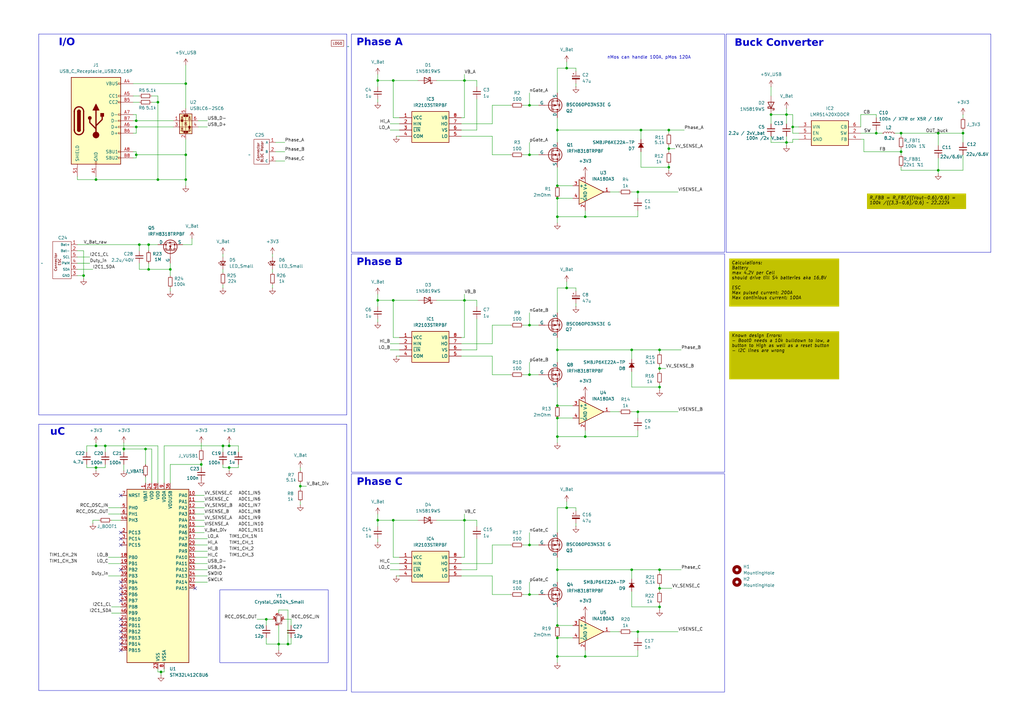
<source format=kicad_sch>
(kicad_sch (version 20231120) (generator "eeschema") (generator_version "8.0")
  (paper "A3")
  (junction (at 76.2 63.5))
  (junction (at 93.98 191.77))
  (junction (at 228.6 143.51))
  (junction (at 259.08 233.68))
  (junction (at 60.96 110.49))
  (junction (at 154.94 213.36))
  (junction (at 228.6 261.62))
  (junction (at 76.2 73.66))
  (junction (at 262.89 53.34))
  (junction (at 228.6 81.28))
  (junction (at 240.03 269.24))
  (junction (at 161.29 213.36))
  (junction (at 369.57 54.61))
  (junction (at 217.17 243.84))
  (junction (at 384.81 69.85))
  (junction (at 50.8 184.15))
  (junction (at 91.44 182.88))
  (junction (at 261.62 78.74))
  (junction (at 384.81 54.61))
  (junction (at 228.6 256.54))
  (junction (at 190.5 123.19))
  (junction (at 228.6 179.07))
  (junction (at 240.03 179.07))
  (junction (at 394.97 54.61))
  (junction (at 270.51 241.3))
  (junction (at 64.77 73.66))
  (junction (at 190.5 213.36))
  (junction (at 66.04 275.59))
  (junction (at 232.41 118.11))
  (junction (at 322.58 46.99))
  (junction (at 325.12 52.07))
  (junction (at 114.3 264.16))
  (junction (at 217.17 223.52))
  (junction (at 274.32 53.34))
  (junction (at 55.88 49.53))
  (junction (at 274.32 60.96))
  (junction (at 270.51 143.51))
  (junction (at 118.11 264.16))
  (junction (at 154.94 33.02))
  (junction (at 217.17 133.35))
  (junction (at 217.17 63.5))
  (junction (at 39.37 73.66))
  (junction (at 261.62 168.91))
  (junction (at 228.6 53.34))
  (junction (at 64.77 41.91))
  (junction (at 359.41 54.61))
  (junction (at 232.41 27.94))
  (junction (at 228.6 88.9))
  (junction (at 43.18 182.88))
  (junction (at 39.37 191.77))
  (junction (at 259.08 143.51))
  (junction (at 55.88 52.07))
  (junction (at 228.6 76.2))
  (junction (at 161.29 33.02))
  (junction (at 270.51 233.68))
  (junction (at 270.51 158.75))
  (junction (at 59.69 184.15))
  (junction (at 316.23 46.99))
  (junction (at 69.85 110.49))
  (junction (at 232.41 208.28))
  (junction (at 322.58 58.42))
  (junction (at 109.22 254))
  (junction (at 228.6 269.24))
  (junction (at 76.2 34.29))
  (junction (at 228.6 166.37))
  (junction (at 190.5 33.02))
  (junction (at 240.03 88.9))
  (junction (at 270.51 151.13))
  (junction (at 274.32 68.58))
  (junction (at 39.37 182.88))
  (junction (at 123.19 199.39))
  (junction (at 261.62 259.08))
  (junction (at 270.51 248.92))
  (junction (at 60.96 100.33))
  (junction (at 161.29 123.19))
  (junction (at 93.98 182.88))
  (junction (at 34.29 113.03))
  (junction (at 217.17 43.18))
  (junction (at 55.88 63.5))
  (junction (at 154.94 123.19))
  (junction (at 82.55 190.5))
  (junction (at 369.57 62.23))
  (junction (at 228.6 233.68))
  (junction (at 57.15 100.33))
  (junction (at 228.6 171.45))
  (junction (at 217.17 153.67))
  (no_connect (at 49.53 254))
  (no_connect (at 80.01 241.3))
  (no_connect (at 49.53 223.52))
  (no_connect (at 49.53 246.38))
  (no_connect (at 49.53 220.98))
  (no_connect (at 49.53 233.68))
  (no_connect (at 49.53 243.84))
  (no_connect (at 49.53 241.3))
  (no_connect (at 49.53 264.16))
  (no_connect (at 49.53 256.54))
  (no_connect (at 49.53 266.7))
  (no_connect (at 49.53 203.2))
  (no_connect (at 49.53 218.44))
  (no_connect (at 49.53 238.76))
  (no_connect (at 49.53 259.08))
  (no_connect (at 49.53 261.62))
  (wire (pts (xy 82.55 191.77) (xy 82.55 190.5)))
  (wire (pts (xy 201.93 133.35) (xy 209.55 133.35)))
  (wire (pts (xy 161.29 213.36) (xy 171.45 213.36)))
  (wire (pts (xy 270.51 158.75) (xy 270.51 157.48)))
  (wire (pts (xy 54.61 52.07) (xy 55.88 52.07)))
  (wire (pts (xy 83.82 210.82) (xy 80.01 210.82)))
  (wire (pts (xy 195.58 130.81) (xy 195.58 143.51)))
  (wire (pts (xy 83.82 203.2) (xy 80.01 203.2)))
  (wire (pts (xy 354.33 62.23) (xy 354.33 57.15)))
  (wire (pts (xy 109.22 254) (xy 111.76 254)))
  (wire (pts (xy 250.19 259.08) (xy 254 259.08)))
  (wire (pts (xy 325.12 52.07) (xy 327.66 52.07)))
  (wire (pts (xy 39.37 182.88) (xy 43.18 182.88)))
  (wire (pts (xy 262.89 62.23) (xy 262.89 68.58)))
  (wire (pts (xy 195.58 143.51) (xy 189.23 143.51)))
  (wire (pts (xy 270.51 242.57) (xy 270.51 241.3)))
  (wire (pts (xy 228.6 53.34) (xy 262.89 53.34)))
  (wire (pts (xy 316.23 58.42) (xy 316.23 55.88)))
  (wire (pts (xy 240.03 88.9) (xy 240.03 86.36)))
  (wire (pts (xy 34.29 102.87) (xy 31.75 102.87)))
  (wire (pts (xy 228.6 171.45) (xy 234.95 171.45)))
  (wire (pts (xy 262.89 68.58) (xy 274.32 68.58)))
  (wire (pts (xy 123.19 191.77) (xy 123.19 193.04)))
  (wire (pts (xy 250.19 78.74) (xy 254 78.74)))
  (wire (pts (xy 34.29 114.3) (xy 34.29 113.03)))
  (wire (pts (xy 214.63 153.67) (xy 217.17 153.67)))
  (wire (pts (xy 384.81 71.12) (xy 384.81 69.85)))
  (wire (pts (xy 67.31 182.88) (xy 91.44 182.88)))
  (wire (pts (xy 190.5 123.19) (xy 195.58 123.19)))
  (wire (pts (xy 81.28 52.07) (xy 85.09 52.07)))
  (wire (pts (xy 270.51 241.3) (xy 270.51 240.03)))
  (wire (pts (xy 232.41 27.94) (xy 228.6 27.94)))
  (wire (pts (xy 111.76 118.11) (xy 111.76 116.84)))
  (wire (pts (xy 154.94 33.02) (xy 161.29 33.02)))
  (wire (pts (xy 44.45 210.82) (xy 49.53 210.82)))
  (wire (pts (xy 78.74 100.33) (xy 74.93 100.33)))
  (wire (pts (xy 83.82 213.36) (xy 80.01 213.36)))
  (wire (pts (xy 195.58 125.73) (xy 195.58 123.19)))
  (wire (pts (xy 217.17 43.18) (xy 220.98 43.18)))
  (wire (pts (xy 228.6 158.75) (xy 228.6 166.37)))
  (wire (pts (xy 240.03 269.24) (xy 240.03 266.7)))
  (wire (pts (xy 60.96 107.95) (xy 60.96 110.49)))
  (wire (pts (xy 195.58 53.34) (xy 189.23 53.34)))
  (wire (pts (xy 359.41 53.34) (xy 359.41 54.61)))
  (wire (pts (xy 91.44 118.11) (xy 91.44 116.84)))
  (wire (pts (xy 322.58 44.45) (xy 322.58 46.99)))
  (wire (pts (xy 273.05 151.13) (xy 270.51 151.13)))
  (wire (pts (xy 154.94 132.08) (xy 154.94 130.81)))
  (wire (pts (xy 118.11 264.16) (xy 119.38 264.16)))
  (wire (pts (xy 270.51 250.19) (xy 270.51 248.92)))
  (wire (pts (xy 394.97 58.42) (xy 394.97 54.61)))
  (wire (pts (xy 57.15 100.33) (xy 57.15 102.87)))
  (wire (pts (xy 161.29 123.19) (xy 161.29 138.43)))
  (wire (pts (xy 201.93 231.14) (xy 201.93 223.52)))
  (wire (pts (xy 91.44 182.88) (xy 93.98 182.88)))
  (wire (pts (xy 201.93 63.5) (xy 209.55 63.5)))
  (wire (pts (xy 217.17 133.35) (xy 220.98 133.35)))
  (wire (pts (xy 82.55 181.61) (xy 82.55 184.15)))
  (wire (pts (xy 259.08 259.08) (xy 261.62 259.08)))
  (wire (pts (xy 261.62 179.07) (xy 240.03 179.07)))
  (wire (pts (xy 259.08 233.68) (xy 270.51 233.68)))
  (wire (pts (xy 325.12 54.61) (xy 325.12 52.07)))
  (wire (pts (xy 190.5 213.36) (xy 190.5 228.6)))
  (wire (pts (xy 228.6 48.26) (xy 228.6 53.34)))
  (wire (pts (xy 123.19 207.01) (xy 123.19 205.74)))
  (wire (pts (xy 54.61 41.91) (xy 57.15 41.91)))
  (wire (pts (xy 64.77 73.66) (xy 39.37 73.66)))
  (wire (pts (xy 55.88 54.61) (xy 54.61 54.61)))
  (wire (pts (xy 69.85 190.5) (xy 82.55 190.5)))
  (wire (pts (xy 190.5 48.26) (xy 189.23 48.26)))
  (wire (pts (xy 154.94 120.65) (xy 154.94 123.19)))
  (wire (pts (xy 55.88 49.53) (xy 54.61 49.53)))
  (wire (pts (xy 228.6 228.6) (xy 228.6 233.68)))
  (wire (pts (xy 44.45 208.28) (xy 49.53 208.28)))
  (wire (pts (xy 232.41 25.4) (xy 232.41 27.94)))
  (wire (pts (xy 259.08 143.51) (xy 270.51 143.51)))
  (wire (pts (xy 228.6 233.68) (xy 228.6 238.76)))
  (wire (pts (xy 38.1 110.49) (xy 31.75 110.49)))
  (wire (pts (xy 201.93 243.84) (xy 209.55 243.84)))
  (wire (pts (xy 228.6 118.11) (xy 228.6 128.27)))
  (wire (pts (xy 394.97 53.34) (xy 394.97 54.61)))
  (wire (pts (xy 91.44 182.88) (xy 91.44 185.42)))
  (wire (pts (xy 39.37 181.61) (xy 39.37 182.88)))
  (wire (pts (xy 261.62 176.53) (xy 261.62 179.07)))
  (wire (pts (xy 236.22 29.21) (xy 236.22 27.94)))
  (wire (pts (xy 189.23 231.14) (xy 201.93 231.14)))
  (wire (pts (xy 160.02 231.14) (xy 163.83 231.14)))
  (wire (pts (xy 85.09 226.06) (xy 80.01 226.06)))
  (wire (pts (xy 91.44 104.14) (xy 91.44 105.41)))
  (wire (pts (xy 232.41 115.57) (xy 232.41 118.11)))
  (wire (pts (xy 195.58 233.68) (xy 189.23 233.68)))
  (wire (pts (xy 154.94 41.91) (xy 154.94 40.64)))
  (wire (pts (xy 261.62 259.08) (xy 261.62 261.62)))
  (wire (pts (xy 190.5 213.36) (xy 195.58 213.36)))
  (wire (pts (xy 161.29 33.02) (xy 171.45 33.02)))
  (wire (pts (xy 369.57 63.5) (xy 369.57 62.23)))
  (wire (pts (xy 270.51 248.92) (xy 270.51 247.65)))
  (wire (pts (xy 67.31 275.59) (xy 66.04 275.59)))
  (wire (pts (xy 195.58 35.56) (xy 195.58 33.02)))
  (wire (pts (xy 154.94 35.56) (xy 154.94 33.02)))
  (wire (pts (xy 39.37 73.66) (xy 31.75 73.66)))
  (wire (pts (xy 214.63 133.35) (xy 217.17 133.35)))
  (wire (pts (xy 160.02 50.8) (xy 163.83 50.8)))
  (wire (pts (xy 179.07 33.02) (xy 190.5 33.02)))
  (wire (pts (xy 83.82 215.9) (xy 80.01 215.9)))
  (wire (pts (xy 60.96 110.49) (xy 69.85 110.49)))
  (wire (pts (xy 50.8 184.15) (xy 59.69 184.15)))
  (wire (pts (xy 369.57 62.23) (xy 369.57 60.96)))
  (wire (pts (xy 228.6 208.28) (xy 228.6 218.44)))
  (wire (pts (xy 262.89 53.34) (xy 262.89 57.15)))
  (wire (pts (xy 45.72 213.36) (xy 49.53 213.36)))
  (wire (pts (xy 232.41 27.94) (xy 236.22 27.94)))
  (wire (pts (xy 261.62 168.91) (xy 261.62 171.45)))
  (wire (pts (xy 189.23 55.88) (xy 201.93 55.88)))
  (wire (pts (xy 64.77 39.37) (xy 64.77 41.91)))
  (wire (pts (xy 228.6 143.51) (xy 259.08 143.51)))
  (wire (pts (xy 50.8 193.04) (xy 50.8 190.5)))
  (wire (pts (xy 262.89 53.34) (xy 274.32 53.34)))
  (wire (pts (xy 270.51 160.02) (xy 270.51 158.75)))
  (wire (pts (xy 39.37 191.77) (xy 35.56 191.77)))
  (wire (pts (xy 85.09 233.68) (xy 80.01 233.68)))
  (wire (pts (xy 236.22 215.9) (xy 236.22 214.63)))
  (wire (pts (xy 39.37 193.04) (xy 39.37 191.77)))
  (wire (pts (xy 161.29 48.26) (xy 163.83 48.26)))
  (wire (pts (xy 228.6 179.07) (xy 240.03 179.07)))
  (wire (pts (xy 270.51 233.68) (xy 279.4 233.68)))
  (wire (pts (xy 109.22 264.16) (xy 114.3 264.16)))
  (wire (pts (xy 114.3 250.19) (xy 118.11 250.19)))
  (wire (pts (xy 236.22 209.55) (xy 236.22 208.28)))
  (wire (pts (xy 232.41 118.11) (xy 228.6 118.11)))
  (wire (pts (xy 322.58 58.42) (xy 325.12 58.42)))
  (wire (pts (xy 275.59 241.3) (xy 270.51 241.3)))
  (wire (pts (xy 322.58 59.69) (xy 322.58 58.42)))
  (wire (pts (xy 85.09 223.52) (xy 80.01 223.52)))
  (wire (pts (xy 161.29 213.36) (xy 161.29 228.6)))
  (wire (pts (xy 228.6 27.94) (xy 228.6 38.1)))
  (wire (pts (xy 201.93 43.18) (xy 209.55 43.18)))
  (wire (pts (xy 80.01 236.22) (xy 85.09 236.22)))
  (wire (pts (xy 119.38 254) (xy 119.38 256.54)))
  (wire (pts (xy 54.61 46.99) (xy 55.88 46.99)))
  (wire (pts (xy 232.41 208.28) (xy 228.6 208.28)))
  (wire (pts (xy 111.76 111.76) (xy 111.76 110.49)))
  (wire (pts (xy 232.41 118.11) (xy 236.22 118.11)))
  (wire (pts (xy 93.98 191.77) (xy 97.79 191.77)))
  (wire (pts (xy 76.2 26.67) (xy 76.2 34.29)))
  (wire (pts (xy 322.58 46.99) (xy 322.58 50.8)))
  (wire (pts (xy 85.09 228.6) (xy 80.01 228.6)))
  (wire (pts (xy 161.29 33.02) (xy 161.29 48.26)))
  (wire (pts (xy 179.07 213.36) (xy 190.5 213.36)))
  (wire (pts (xy 34.29 102.87) (xy 34.29 113.03)))
  (wire (pts (xy 34.29 113.03) (xy 31.75 113.03)))
  (wire (pts (xy 91.44 111.76) (xy 91.44 110.49)))
  (wire (pts (xy 81.28 49.53) (xy 85.09 49.53)))
  (wire (pts (xy 55.88 63.5) (xy 55.88 64.77)))
  (wire (pts (xy 59.69 184.15) (xy 62.23 184.15)))
  (wire (pts (xy 160.02 143.51) (xy 163.83 143.51)))
  (wire (pts (xy 228.6 88.9) (xy 240.03 88.9)))
  (wire (pts (xy 105.41 254) (xy 109.22 254)))
  (wire (pts (xy 83.82 205.74) (xy 80.01 205.74)))
  (wire (pts (xy 384.81 54.61) (xy 394.97 54.61)))
  (wire (pts (xy 214.63 63.5) (xy 217.17 63.5)))
  (wire (pts (xy 232.41 205.74) (xy 232.41 208.28)))
  (wire (pts (xy 189.23 236.22) (xy 201.93 236.22)))
  (wire (pts (xy 160.02 233.68) (xy 163.83 233.68)))
  (wire (pts (xy 217.17 58.42) (xy 217.17 63.5)))
  (wire (pts (xy 190.5 138.43) (xy 189.23 138.43)))
  (wire (pts (xy 195.58 215.9) (xy 195.58 213.36)))
  (wire (pts (xy 261.62 259.08) (xy 278.13 259.08)))
  (wire (pts (xy 45.72 248.92) (xy 49.53 248.92)))
  (wire (pts (xy 85.09 220.98) (xy 80.01 220.98)))
  (wire (pts (xy 359.41 46.99) (xy 359.41 48.26)))
  (wire (pts (xy 62.23 41.91) (xy 64.77 41.91)))
  (wire (pts (xy 55.88 62.23) (xy 55.88 63.5)))
  (wire (pts (xy 80.01 238.76) (xy 85.09 238.76)))
  (wire (pts (xy 214.63 243.84) (xy 217.17 243.84)))
  (wire (pts (xy 384.81 54.61) (xy 384.81 59.69)))
  (wire (pts (xy 97.79 185.42) (xy 97.79 182.88)))
  (wire (pts (xy 322.58 55.88) (xy 322.58 58.42)))
  (wire (pts (xy 60.96 100.33) (xy 64.77 100.33)))
  (wire (pts (xy 59.69 195.58) (xy 59.69 198.12)))
  (wire (pts (xy 57.15 107.95) (xy 57.15 110.49)))
  (wire (pts (xy 236.22 125.73) (xy 236.22 124.46)))
  (wire (pts (xy 384.81 69.85) (xy 394.97 69.85)))
  (wire (pts (xy 261.62 78.74) (xy 278.13 78.74)))
  (wire (pts (xy 316.23 58.42) (xy 322.58 58.42)))
  (wire (pts (xy 261.62 78.74) (xy 261.62 81.28)))
  (wire (pts (xy 190.5 120.65) (xy 190.5 123.19)))
  (wire (pts (xy 359.41 54.61) (xy 353.06 54.61)))
  (wire (pts (xy 154.94 123.19) (xy 161.29 123.19)))
  (wire (pts (xy 50.8 181.61) (xy 50.8 184.15)))
  (wire (pts (xy 123.19 198.12) (xy 123.19 199.39)))
  (wire (pts (xy 64.77 41.91) (xy 64.77 73.66)))
  (wire (pts (xy 76.2 73.66) (xy 64.77 73.66)))
  (wire (pts (xy 217.17 63.5) (xy 220.98 63.5)))
  (wire (pts (xy 60.96 100.33) (xy 60.96 102.87)))
  (wire (pts (xy 43.18 182.88) (xy 64.77 182.88)))
  (wire (pts (xy 91.44 190.5) (xy 91.44 191.77)))
  (wire (pts (xy 179.07 123.19) (xy 190.5 123.19)))
  (wire (pts (xy 189.23 140.97) (xy 201.93 140.97)))
  (wire (pts (xy 259.08 147.32) (xy 259.08 143.51)))
  (wire (pts (xy 316.23 50.8) (xy 316.23 46.99)))
  (wire (pts (xy 39.37 72.39) (xy 39.37 73.66)))
  (wire (pts (xy 190.5 210.82) (xy 190.5 213.36)))
  (wire (pts (xy 270.51 144.78) (xy 270.51 143.51)))
  (wire (pts (xy 228.6 143.51) (xy 228.6 148.59)))
  (wire (pts (xy 55.88 46.99) (xy 55.88 49.53)))
  (wire (pts (xy 250.19 168.91) (xy 254 168.91)))
  (wire (pts (xy 201.93 153.67) (xy 209.55 153.67)))
  (wire (pts (xy 109.22 264.16) (xy 109.22 261.62)))
  (wire (pts (xy 116.84 254) (xy 119.38 254)))
  (wire (pts (xy 160.02 53.34) (xy 163.83 53.34)))
  (wire (pts (xy 228.6 233.68) (xy 259.08 233.68)))
  (wire (pts (xy 369.57 55.88) (xy 369.57 54.61)))
  (wire (pts (xy 111.76 104.14) (xy 111.76 105.41)))
  (wire (pts (xy 38.1 213.36) (xy 40.64 213.36)))
  (wire (pts (xy 118.11 250.19) (xy 118.11 264.16)))
  (wire (pts (xy 214.63 43.18) (xy 217.17 43.18)))
  (wire (pts (xy 189.23 146.05) (xy 201.93 146.05)))
  (wire (pts (xy 93.98 181.61) (xy 93.98 182.88)))
  (wire (pts (xy 217.17 128.27) (xy 217.17 133.35)))
  (wire (pts (xy 66.04 275.59) (xy 64.77 275.59)))
  (wire (pts (xy 228.6 179.07) (xy 228.6 171.45)))
  (wire (pts (xy 67.31 198.12) (xy 67.31 182.88)))
  (wire (pts (xy 217.17 148.59) (xy 217.17 153.67)))
  (wire (pts (xy 195.58 220.98) (xy 195.58 233.68)))
  (wire (pts (xy 44.45 231.14) (xy 49.53 231.14)))
  (wire (pts (xy 354.33 62.23) (xy 369.57 62.23)))
  (wire (pts (xy 31.75 100.33) (xy 57.15 100.33)))
  (wire (pts (xy 162.56 55.88) (xy 163.83 55.88)))
  (wire (pts (xy 82.55 190.5) (xy 82.55 189.23)))
  (wire (pts (xy 45.72 251.46) (xy 49.53 251.46)))
  (wire (pts (xy 316.23 35.56) (xy 316.23 39.37)))
  (wire (pts (xy 240.03 179.07) (xy 240.03 176.53)))
  (wire (pts (xy 394.97 69.85) (xy 394.97 63.5)))
  (wire (pts (xy 261.62 88.9) (xy 240.03 88.9)))
  (wire (pts (xy 190.5 123.19) (xy 190.5 138.43)))
  (wire (pts (xy 270.51 143.51) (xy 279.4 143.51)))
  (wire (pts (xy 228.6 269.24) (xy 240.03 269.24)))
  (wire (pts (xy 228.6 248.92) (xy 228.6 256.54)))
  (wire (pts (xy 43.18 185.42) (xy 43.18 182.88)))
  (wire (pts (xy 259.08 242.57) (xy 259.08 248.92)))
  (wire (pts (xy 261.62 86.36) (xy 261.62 88.9)))
  (wire (pts (xy 114.3 264.16) (xy 118.11 264.16)))
  (wire (pts (xy 161.29 138.43) (xy 163.83 138.43)))
  (wire (pts (xy 38.1 213.36) (xy 38.1 214.63)))
  (wire (pts (xy 201.93 223.52) (xy 209.55 223.52)))
  (wire (pts (xy 274.32 53.34) (xy 280.67 53.34)))
  (wire (pts (xy 190.5 30.48) (xy 190.5 33.02)))
  (wire (pts (xy 274.32 69.85) (xy 274.32 68.58)))
  (wire (pts (xy 261.62 266.7) (xy 261.62 269.24)))
  (wire (pts (xy 325.12 58.42) (xy 325.12 57.15)))
  (wire (pts (xy 35.56 191.77) (xy 35.56 190.5)))
  (wire (pts (xy 97.79 191.77) (xy 97.79 190.5)))
  (wire (pts (xy 57.15 110.49) (xy 60.96 110.49)))
  (wire (pts (xy 66.04 275.59) (xy 66.04 276.86)))
  (wire (pts (xy 228.6 271.78) (xy 228.6 269.24)))
  (wire (pts (xy 154.94 213.36) (xy 161.29 213.36)))
  (wire (pts (xy 113.03 58.42) (xy 116.84 58.42)))
  (wire (pts (xy 190.5 228.6) (xy 189.23 228.6)))
  (wire (pts (xy 36.83 107.95) (xy 31.75 107.95)))
  (wire (pts (xy 59.69 184.15) (xy 59.69 190.5)))
  (wire (pts (xy 228.6 256.54) (xy 234.95 256.54)))
  (wire (pts (xy 322.58 46.99) (xy 325.12 46.99)))
  (wire (pts (xy 316.23 46.99) (xy 322.58 46.99)))
  (wire (pts (xy 189.23 50.8) (xy 201.93 50.8)))
  (wire (pts (xy 91.44 191.77) (xy 93.98 191.77)))
  (wire (pts (xy 162.56 236.22) (xy 163.83 236.22)))
  (wire (pts (xy 69.85 110.49) (xy 69.85 113.03)))
  (wire (pts (xy 154.94 210.82) (xy 154.94 213.36)))
  (wire (pts (xy 201.93 50.8) (xy 201.93 43.18)))
  (wire (pts (xy 369.57 54.61) (xy 367.03 54.61)))
  (wire (pts (xy 54.61 34.29) (xy 76.2 34.29)))
  (wire (pts (xy 259.08 248.92) (xy 270.51 248.92)))
  (wire (pts (xy 44.45 236.22) (xy 49.53 236.22)))
  (wire (pts (xy 228.6 81.28) (xy 234.95 81.28)))
  (wire (pts (xy 228.6 181.61) (xy 228.6 179.07)))
  (wire (pts (xy 274.32 60.96) (xy 274.32 59.69)))
  (wire (pts (xy 259.08 78.74) (xy 261.62 78.74)))
  (wire (pts (xy 228.6 261.62) (xy 234.95 261.62)))
  (wire (pts (xy 50.8 185.42) (xy 50.8 184.15)))
  (wire (pts (xy 76.2 63.5) (xy 76.2 57.15)))
  (wire (pts (xy 259.08 233.68) (xy 259.08 237.49)))
  (wire (pts (xy 55.88 52.07) (xy 55.88 54.61)))
  (wire (pts (xy 369.57 54.61) (xy 384.81 54.61)))
  (wire (pts (xy 54.61 62.23) (xy 55.88 62.23)))
  (wire (pts (xy 201.93 146.05) (xy 201.93 153.67)))
  (wire (pts (xy 160.02 140.97) (xy 163.83 140.97)))
  (wire (pts (xy 359.41 54.61) (xy 361.95 54.61)))
  (wire (pts (xy 93.98 191.77) (xy 93.98 193.04)))
  (wire (pts (xy 217.17 153.67) (xy 220.98 153.67)))
  (wire (pts (xy 232.41 208.28) (xy 236.22 208.28)))
  (wire (pts (xy 83.82 208.28) (xy 80.01 208.28)))
  (wire (pts (xy 228.6 138.43) (xy 228.6 143.51)))
  (wire (pts (xy 259.08 158.75) (xy 270.51 158.75)))
  (wire (pts (xy 274.32 68.58) (xy 274.32 67.31)))
  (wire (pts (xy 154.94 125.73) (xy 154.94 123.19)))
  (wire (pts (xy 31.75 73.66) (xy 31.75 72.39)))
  (wire (pts (xy 35.56 182.88) (xy 39.37 182.88)))
  (wire (pts (xy 113.03 62.23) (xy 116.84 62.23)))
  (wire (pts (xy 114.3 264.16) (xy 114.3 266.7)))
  (wire (pts (xy 67.31 275.59) (xy 67.31 274.32)))
  (wire (pts (xy 228.6 91.44) (xy 228.6 88.9)))
  (wire (pts (xy 44.45 228.6) (xy 49.53 228.6)))
  (wire (pts (xy 43.18 191.77) (xy 43.18 190.5)))
  (wire (pts (xy 274.32 62.23) (xy 274.32 60.96)))
  (wire (pts (xy 228.6 68.58) (xy 228.6 76.2)))
  (wire (pts (xy 69.85 118.11) (xy 69.85 119.38)))
  (wire (pts (xy 83.82 218.44) (xy 80.01 218.44)))
  (wire (pts (xy 228.6 53.34) (xy 228.6 58.42)))
  (wire (pts (xy 353.06 46.99) (xy 359.41 46.99)))
  (wire (pts (xy 228.6 88.9) (xy 228.6 81.28)))
  (wire (pts (xy 80.01 231.14) (xy 85.09 231.14)))
  (wire (pts (xy 154.94 30.48) (xy 154.94 33.02)))
  (wire (pts (xy 64.77 275.59) (xy 64.77 274.32)))
  (wire (pts (xy 201.93 236.22) (xy 201.93 243.84)))
  (wire (pts (xy 154.94 222.25) (xy 154.94 220.98)))
  (wire (pts (xy 195.58 40.64) (xy 195.58 53.34)))
  (wire (pts (xy 270.51 151.13) (xy 270.51 149.86)))
  (wire (pts (xy 190.5 33.02) (xy 195.58 33.02)))
  (wire (pts (xy 78.74 97.79) (xy 78.74 100.33)))
  (wire (pts (xy 354.33 57.15) (xy 353.06 57.15)))
  (wire (pts (xy 125.73 199.39) (xy 123.19 199.39)))
  (wire (pts (xy 228.6 269.24) (xy 228.6 261.62)))
  (wire (pts (xy 201.93 55.88) (xy 201.93 63.5)))
  (wire (pts (xy 57.15 39.37) (xy 54.61 39.37)))
  (wire (pts (xy 261.62 168.91) (xy 278.13 168.91)))
  (wire (pts (xy 236.22 35.56) (xy 236.22 34.29)))
  (wire (pts (xy 325.12 57.15) (xy 327.66 57.15)))
  (wire (pts (xy 270.51 234.95) (xy 270.51 233.68)))
  (wire (pts (xy 114.3 256.54) (xy 114.3 264.16)))
  (wire (pts (xy 39.37 191.77) (xy 43.18 191.77)))
  (wire (pts (xy 259.08 152.4) (xy 259.08 158.75)))
  (wire (pts (xy 261.62 269.24) (xy 240.03 269.24)))
  (wire (pts (xy 217.17 223.52) (xy 220.98 223.52)))
  (wire (pts (xy 228.6 76.2) (xy 234.95 76.2)))
  (wire (pts (xy 162.56 146.05) (xy 163.83 146.05)))
  (wire (pts (xy 325.12 46.99) (xy 325.12 52.07)))
  (wire (pts (xy 55.88 63.5) (xy 76.2 63.5)))
  (wire (pts (xy 64.77 182.88) (xy 64.77 198.12)))
  (wire (pts (xy 55.88 64.77) (xy 54.61 64.77)))
  (wire (pts (xy 214.63 223.52) (xy 217.17 223.52)))
  (wire (pts (xy 123.19 199.39) (xy 123.19 200.66)))
  (wire (pts (xy 276.86 60.96) (xy 274.32 60.96)))
  (wire (pts (xy 69.85 107.95) (xy 69.85 110.49)))
  (wire (pts (xy 154.94 215.9) (xy 154.94 213.36)))
  (wire (pts (xy 35.56 185.42) (xy 35.56 182.88)))
  (wire (pts (xy 113.03 66.04) (xy 116.84 66.04)))
  (wire (pts (xy 270.51 152.4) (xy 270.51 151.13)))
  (wire (pts (xy 217.17 238.76) (xy 217.17 243.84)))
  (wire (pts (xy 217.17 218.44) (xy 217.17 223.52)))
  (wire (pts (xy 369.57 69.85) (xy 384.81 69.85)))
  (wire (pts (xy 217.17 38.1) (xy 217.17 43.18)))
  (wire (pts (xy 190.5 33.02) (xy 190.5 48.26)))
  (wire (pts (xy 62.23 184.15) (xy 62.23 198.12)))
  (wire (pts (xy 394.97 46.99) (xy 394.97 48.26)))
  (wire (pts (xy 57.15 100.33) (xy 60.96 100.33)))
  (wire (pts (xy 55.88 52.07) (xy 71.12 52.07)))
  (wire (pts (xy 36.83 105.41) (xy 31.75 105.41)))
  (wire (pts (xy 274.32 53.34) (xy 274.32 54.61)))
  (wire (pts (xy 369.57 69.85) (xy 369.57 68.58)))
  (wire (pts (xy 109.22 254) (xy 109.22 256.54)))
  (wire (pts (xy 353.06 52.07) (xy 353.06 46.99)))
  (wire (pts (xy 327.66 54.61) (xy 325.12 54.61)))
  (wire (pts (xy 62.23 39.37) (xy 64.77 39.37)))
  (wire (pts (xy 69.85 190.5) (xy 69.85 198.12)))
  (wire (pts (xy 384.81 64.77) (xy 384.81 69.85)))
  (wire (pts (xy 93.98 182.88) (xy 97.79 182.88)))
  (wire (pts (xy 114.3 251.46) (xy 114.3 250.19)))
  (wire (pts (xy 228.6 166.37) (xy 234.95 166.37)))
  (wire (pts (xy 259.08 168.91) (xy 261.62 168.91)))
  (wire (pts (xy 119.38 264.16) (xy 119.38 261.62)))
  (wire (pts (xy 161.29 123.19) (xy 171.45 123.19)))
  (wire (pts (xy 236.22 119.38) (xy 236.22 118.11)))
  (wire (pts (xy 76.2 76.2) (xy 76.2 73.66)))
  (wire (pts (xy 71.12 49.53) (xy 55.88 49.53)))
  (wire (pts (xy 76.2 34.29) (xy 76.2 44.45)))
  (wire (pts (xy 217.17 243.84) (xy 220.98 243.84)))
  (wire (pts (xy 201.93 140.97) (xy 201.93 133.35)))
  (wire (pts (xy 76.2 73.66) (xy 76.2 63.5)))
  (wire (pts (xy 161.29 228.6) (xy 163.83 228.6)))
  (rectangle (start 144.145 104.14) (end 297.18 193.675))
  (rectangle (start 297.815 13.97) (end 406.4 103.505))
  (rectangle (start 15.875 173.99) (end 142.24 283.21))
  (rectangle (start 144.145 194.31) (end 297.18 283.845))
  (rectangle (start 144.145 13.97) (end 297.18 103.505))
  (rectangle (start 15.875 13.97) (end 142.24 170.18))
  (rectangle (start 90.17 241.935) (end 134.62 271.78))
  (text_box "Calculations:\nBattery\nmax 4.2V per Cell\nshould drive till S4 batteries aka 16,8V\n\nESC\nMax pulsed current: 200A\nMax continious current: 100A\n" (at 299.085 106.045 0) (size 45.085 19.685) (stroke (width -0.0001) (color 255 255 0 1)) (fill (type color) (color 194 194 0 1)) (effects (font (size 1.27 1.27) (italic yes)) (justify left top)))
  (text_box "Known design Errors:\n- Boot0 needs a 10k bulldown to low, a button to High as well as a reset button\n- I2C lines are wrong" (at 299.085 135.89 0) (size 45.085 19.685) (stroke (width -0.0001) (color 255 255 0 1)) (fill (type color) (color 194 194 0 1)) (effects (font (size 1.27 1.27) (italic yes)) (justify left top)))
  (text_box "R_FBB = R_FBT/((Vout-0,6)/0,6) = 100k /((3,3-0,6)/0,6) ~ 22.222k" (at 355.6 79.375 0) (size 40.64 6.35) (stroke (width -0.0001) (color 255 255 0 1)) (fill (type color) (color 194 194 0 1)) (effects (font (size 1.27 1.27) (italic yes)) (justify left top)))
  (text "Phase A" (at 155.702 18.288 0) (effects (font (size 3 3))))
  (text "nMos can handle 100A, pMos 120A" (at 266.192 23.622 0) (effects (font (size 1.27 1.27))))
  (text "I/O\n" (at 27.432 18.288 0) (effects (font (size 3 3))))
  (text "Buck Converter" (at 319.532 18.542 0) (effects (font (size 3 3))))
  (text "Phase B" (at 155.702 108.458 0) (effects (font (size 3 3))))
  (text "Phase C" (at 155.702 198.628 0) (effects (font (size 3 3))))
  (text "uC" (at 23.622 178.054 0) (effects (font (size 3 3))))
  (label "RCC_OSC_OUT" (at 44.45 210.82 180))
  (label "TIM1_CH_1N" (at 93.98 220.98 0))
  (label "ADC1_IN9" (at 97.79 213.36 0))
  (label "LO_A" (at 160.02 53.34 180))
  (label "V_Bat_Div" (at 125.73 199.39 0))
  (label "VISENSE_C" (at 83.82 205.74 0))
  (label "SWDIO" (at 85.09 236.22 0))
  (label "RCC_OSC_IN" (at 119.38 254 0))
  (label "VB_C" (at 190.5 210.82 0))
  (label "VV_SENSE_C" (at 83.82 203.2 0))
  (label "VV_SENSE_A" (at 276.86 60.96 0))
  (label "I2C1_SDA" (at 38.1 110.49 0))
  (label "pGate_A" (at 217.17 58.42 0))
  (label "Duty_in" (at 44.45 236.22 180))
  (label "Hi_B" (at 160.02 140.97 180))
  (label "nGate_A" (at 217.17 38.1 0))
  (label "Phase_C" (at 279.4 233.68 0))
  (label "OUT_buck" (at 379.73 54.61 0))
  (label "ADC1_IN7" (at 97.79 208.28 0))
  (label "LO_B" (at 160.02 143.51 180))
  (label "pGate_B" (at 217.17 148.59 0))
  (label "ADC1_IN10" (at 97.79 215.9 0))
  (label "ADC1_IN8" (at 97.79 210.82 0))
  (label "VV_SENSE_B" (at 83.82 208.28 0))
  (label "I2C1_CL" (at 36.83 105.41 0))
  (label "Phase_C" (at 116.84 66.04 0))
  (label "Phase_A" (at 116.84 58.42 0))
  (label "I2C1_SDA" (at 45.72 251.46 180))
  (label "Hi_A" (at 85.09 223.52 0))
  (label "USB_D+" (at 85.09 52.07 0))
  (label "VB_A" (at 190.5 30.48 0))
  (label "VV_SENSE_C" (at 275.59 241.3 0))
  (label "Hi_A" (at 160.02 50.8 180))
  (label "LO_C" (at 44.45 231.14 180))
  (label "VISENSE_C" (at 278.13 259.08 0))
  (label "ADC1_IN6" (at 97.79 205.74 0))
  (label "USB_D-" (at 85.09 49.53 0))
  (label "VV_SENSE_B" (at 273.05 151.13 0))
  (label "SW" (at 354.33 54.61 0))
  (label "V_Bat_Div" (at 83.82 218.44 0))
  (label "TIM1_CH_2" (at 93.98 226.06 0))
  (label "RCC_OSC_OUT" (at 105.41 254 180))
  (label "V_Bat_raw" (at 34.29 100.33 0))
  (label "I2C1_CL" (at 45.72 248.92 180))
  (label "USB_D-" (at 85.09 231.14 0))
  (label "Hi_B" (at 85.09 226.06 0))
  (label "TIM1_CH_3" (at 93.98 228.6 0))
  (label "TIM1_CH_1" (at 93.98 223.52 0))
  (label "Phase_B" (at 116.84 62.23 0))
  (label "RCC_OSC_IN" (at 44.45 208.28 180))
  (label "nGate_B" (at 217.17 128.27 0))
  (label "LO_C" (at 160.02 233.68 180))
  (label "LO_B" (at 44.45 228.6 180))
  (label "TIM1_CH_2N" (at 31.75 228.6 180))
  (label "ADC1_IN5" (at 97.79 203.2 0))
  (label "TIM1_CH_3N" (at 31.75 231.14 180))
  (label "pGate_C" (at 217.17 238.76 0))
  (label "Phase_B" (at 279.4 143.51 0))
  (label "LO_A" (at 85.09 220.98 0))
  (label "HI_C" (at 85.09 228.6 0))
  (label "VISENSE_B" (at 278.13 168.91 0))
  (label "VISENSE_A" (at 278.13 78.74 0))
  (label "SWCLK" (at 85.09 238.76 0))
  (label "VV_SENSE_A" (at 83.82 213.36 0))
  (label "VISENSE_A" (at 83.82 215.9 0))
  (label "CB" (at 354.0955 46.99 0))
  (label "ADC1_IN11" (at 97.79 218.44 0))
  (label "HI_C" (at 160.02 231.14 180))
  (label "Duty_in" (at 36.83 107.95 0))
  (label "VB_B" (at 190.5 120.65 0))
  (label "Phase_A" (at 280.67 53.34 0))
  (label "FB" (at 360.68 62.23 0))
  (label "USB_D+" (at 85.09 233.68 0))
  (label "VISENSE_B" (at 83.82 210.82 0))
  (label "nGate_C" (at 217.17 218.44 0))
  (symbol (lib_id "Device:R_Small") (at 256.54 259.08 270) (unit 1)
    (property "Reference" "R20" (at 256.54 254 90))
    (property "Value" "1k" (at 256.54 256.54 90))
    (property "Footprint" "Resistor_SMD:R_0603_1608Metric" (effects (hide yes)))
    (property "Description" "Resistor, small symbol" (effects (hide yes)))
  )
  (symbol (lib_id "power:+6V") (at 91.44 104.14 0) (unit 1)
    (property "Reference" "#PWR044" (effects (hide yes)))
    (property "Value" "V_Bat" (at 91.44 99.06 0))
    (property "Description" "Power symbol creates a global label with name \"+6V\"" (effects (hide yes)))
  )
  (symbol (lib_id "power:GND") (at 114.3 266.7 0) (unit 1)
    (property "Reference" "#PWR045" (effects (hide yes)))
    (property "Value" "GND" (effects (hide yes)))
    (property "Description" "Power symbol creates a global label with name \"GND\" , ground" (effects (hide yes)))
  )
  (symbol (lib_id "power:GND") (at 162.56 236.22 0) (unit 1)
    (property "Reference" "#PWR028" (effects (hide yes)))
    (property "Value" "GND" (effects (hide yes)))
    (property "Description" "Power symbol creates a global label with name \"GND\" , ground" (effects (hide yes)))
  )
  (symbol (lib_id "power:GND") (at 154.94 41.91 0) (unit 1)
    (property "Reference" "#PWR06" (effects (hide yes)))
    (property "Value" "GND" (effects (hide yes)))
    (property "Description" "Power symbol creates a global label with name \"GND\" , ground" (effects (hide yes)))
  )
  (symbol (lib_id "Device:C_Small") (at 154.94 38.1 0) (mirror x) (unit 1)
    (property "Reference" "C4" (at 152.4 36.8235 0) (effects (justify right)))
    (property "Value" "1u" (at 152.4 39.3635 0) (effects (justify right)))
    (property "Footprint" "Capacitor_SMD:C_0603_1608Metric" (effects (hide yes)))
    (property "Description" "Unpolarized capacitor, small symbol" (effects (hide yes)))
  )
  (symbol (lib_id "Device:R_Small") (at 43.18 213.36 270) (unit 1)
    (property "Reference" "J_BOOT1" (at 43.942 215.9 90))
    (property "Value" "0" (effects (hide yes)))
    (property "Footprint" "Resistor_SMD:R_0603_1608Metric" (effects (hide yes)))
    (property "Description" "Resistor, small symbol" (effects (hide yes)))
  )
  (symbol (lib_id "power:+3V3") (at 111.76 104.14 0) (unit 1)
    (property "Reference" "#PWR051" (effects (hide yes)))
    (property "Value" "+3V3" (at 111.76 99.06 0))
    (property "Description" "Power symbol creates a global label with name \"+3V3\"" (effects (hide yes)))
  )
  (symbol (lib_id "Device:R_Small") (at 256.54 168.91 270) (unit 1)
    (property "Reference" "R14" (at 256.54 163.83 90))
    (property "Value" "1k" (at 256.54 166.37 90))
    (property "Footprint" "Resistor_SMD:R_0603_1608Metric" (effects (hide yes)))
    (property "Description" "Resistor, small symbol" (effects (hide yes)))
  )
  (symbol (lib_id "Device:LED_Small") (at 91.44 107.95 90) (unit 1)
    (property "Reference" "D5" (at 93.98 106.6164 90) (effects (justify right)))
    (property "Value" "LED_Small" (at 93.98 109.1564 90) (effects (justify right)))
    (property "Footprint" "LED_SMD:LED_0603_1608Metric" (effects (hide yes)))
    (property "Description" "Light emitting diode, small symbol" (effects (hide yes)))
  )
  (symbol (lib_id "ESC_Library:LMR51420XDDCR") (at 327.66 52.07 0) (unit 1)
    (property "Reference" "IC2" (at 340.36 44.45 0))
    (property "Value" "LMR51420XDDCR" (at 340.36 46.99 0))
    (property "Footprint" "SOT95P280X110-6N" (effects (hide yes)))
    (property "Datasheet" "https://www.ti.com/lit/ds/symlink/lmr51420.pdf?ts=1663231243064" (effects (hide yes)))
    (property "Description" "Switching Voltage Regulators SIMPLE SWITCHER power converter 4.5-V to 36-V, 2-A, synchronous buck with 40-uA IQ" (effects (hide yes)))
    (property "Height" "1.1" (effects (hide yes)))
    (property "Mouser Part Number" "595-LMR51420XDDCR" (effects (hide yes)))
    (property "Mouser Price/Stock" "https://www.mouser.co.uk/ProductDetail/Texas-Instruments/LMR51420XDDCR?qs=vvQtp7zwQdN6fBqQU4azxw%3D%3D" (effects (hide yes)))
    (property "Manufacturer_Name" "Texas Instruments" (effects (hide yes)))
    (property "Manufacturer_Part_Number" "LMR51420XDDCR" (effects (hide yes)))
  )
  (symbol (lib_id "Device:R_Small") (at 256.54 78.74 270) (unit 1)
    (property "Reference" "R4" (at 256.54 73.66 90))
    (property "Value" "1k" (at 256.54 76.2 90))
    (property "Footprint" "Resistor_SMD:R_0603_1608Metric" (effects (hide yes)))
    (property "Description" "Resistor, small symbol" (effects (hide yes)))
  )
  (symbol (lib_id "Device:C_Small") (at 109.22 259.08 0) (mirror x) (unit 1)
    (property "Reference" "C26" (at 108.458 257.048 0) (effects (justify right)))
    (property "Value" "12p" (at 108.204 260.858 0) (effects (justify right)))
    (property "Footprint" "Capacitor_SMD:C_0402_1005Metric" (effects (hide yes)))
    (property "Description" "Unpolarized capacitor, small symbol" (effects (hide yes)))
  )
  (symbol (lib_id "power:GND") (at 236.22 215.9 0) (mirror y) (unit 1)
    (property "Reference" "#PWR031" (effects (hide yes)))
    (property "Value" "GND" (effects (hide yes)))
    (property "Description" "Power symbol creates a global label with name \"GND\" , ground" (effects (hide yes)))
  )
  (symbol (lib_id "power:+3V3") (at 93.98 181.61 0) (unit 1)
    (property "Reference" "#PWR041" (effects (hide yes)))
    (property "Value" "+3V3" (at 93.98 176.53 0))
    (property "Description" "Power symbol creates a global label with name \"+3V3\"" (effects (hide yes)))
  )
  (symbol (lib_id "Diode:1N5819WS") (at 175.26 213.36 180) (unit 1)
    (property "Reference" "D4" (at 175.5775 207.01 0))
    (property "Value" "1N5819WS" (at 175.5775 209.55 0))
    (property "Footprint" "Diode_SMD:D_SOD-323" (effects (hide yes)))
    (property "Datasheet" "https://datasheet.lcsc.com/lcsc/2204281430_Guangdong-Hottech-1N5819WS_C191023.pdf" (effects (hide yes)))
    (property "Description" "40V 600mV@1A 1A SOD-323 Schottky Barrier Diodes, SOD-323" (effects (hide yes)))
  )
  (symbol (lib_id "Device:C_Small") (at 97.79 187.96 0) (mirror x) (unit 1)
    (property "Reference" "C18" (at 97.028 185.928 0) (effects (justify right)))
    (property "Value" "1u" (at 96.52 189.484 0) (effects (justify right)))
    (property "Footprint" "Capacitor_SMD:C_0603_1608Metric" (effects (hide yes)))
    (property "Description" "Unpolarized capacitor, small symbol" (effects (hide yes)))
  )
  (symbol (lib_id "Mechanical:MountingHole") (at 302.26 238.76 0) (unit 1) (exclude_from_sim yes) (in_bom no)
    (property "Reference" "H2" (at 304.8 237.4899 0) (effects (justify left)))
    (property "Value" "MountingHole" (at 304.8 240.0299 0) (effects (justify left)))
    (property "Footprint" "MountingHole:MountingHole_2.2mm_M2" (effects (hide yes)))
    (property "Description" "Mounting Hole without connection" (effects (hide yes)))
  )
  (symbol (lib_id "power:GND") (at 34.29 114.3 0) (unit 1)
    (property "Reference" "#PWR043" (effects (hide yes)))
    (property "Value" "GND" (effects (hide yes)))
    (property "Description" "Power symbol creates a global label with name \"GND\" , ground" (effects (hide yes)))
  )
  (symbol (lib_id "ESC_Library:IR2103STRPBF") (at 163.83 48.26 0) (unit 1)
    (property "Reference" "IC3" (at 176.53 40.64 0))
    (property "Value" "IR2103STRPBF" (at 176.53 43.18 0))
    (property "Footprint" "SOIC127P600X175-8N" (effects (hide yes)))
    (property "Datasheet" "https://www.infineon.com/cms/en/product/power/gate-driver-ics/?" (effects (hide yes)))
    (property "Description" "Gate Drivers Half Bridge Driver 520ns" (effects (hide yes)))
    (property "Height" "1.75" (effects (hide yes)))
    (property "Mouser Part Number" "942-IR2103STRPBF" (effects (hide yes)))
    (property "Mouser Price/Stock" "https://www.mouser.co.uk/ProductDetail/Infineon-Technologies/IR2103STRPBF?qs=2r01AXMCG3MUNnnJnNllYQ%3D%3D" (effects (hide yes)))
    (property "Manufacturer_Name" "Infineon" (effects (hide yes)))
    (property "Manufacturer_Part_Number" "IR2103STRPBF" (effects (hide yes)))
  )
  (symbol (lib_id "Mechanical:MountingHole") (at 302.26 233.68 0) (unit 1) (exclude_from_sim yes) (in_bom no)
    (property "Reference" "H1" (at 304.8 232.4099 0) (effects (justify left)))
    (property "Value" "MountingHole" (at 304.8 234.9499 0) (effects (justify left)))
    (property "Footprint" "MountingHole:MountingHole_2.2mm_M2_DIN965_Pad" (effects (hide yes)))
    (property "Description" "Mounting Hole without connection" (effects (hide yes)))
  )
  (symbol (lib_id "power:GND") (at 228.6 271.78 0) (unit 1)
    (property "Reference" "#PWR029" (effects (hide yes)))
    (property "Value" "GND" (effects (hide yes)))
    (property "Description" "Power symbol creates a global label with name \"GND\" , ground" (effects (hide yes)))
  )
  (symbol (lib_id "power:GND") (at 162.56 146.05 0) (unit 1)
    (property "Reference" "#PWR018" (effects (hide yes)))
    (property "Value" "GND" (effects (hide yes)))
    (property "Description" "Power symbol creates a global label with name \"GND\" , ground" (effects (hide yes)))
  )
  (symbol (lib_id "Device:R_Small") (at 228.6 168.91 0) (unit 1)
    (property "Reference" "R13" (at 226.06 167.6399 0) (effects (justify right)))
    (property "Value" "2mOhm" (at 226.06 170.1799 0) (effects (justify right)))
    (property "Footprint" "Resistor_SMD:R_2512_6332Metric" (effects (hide yes)))
    (property "Description" "Resistor, small symbol" (effects (hide yes)))
    (property " Mouser-Nr.: " "603-PA2512FKM7W0R002 " (effects (hide yes)))
  )
  (symbol (lib_id "Device:C_Small") (at 394.97 60.96 180) (unit 1)
    (property "Reference" "C12" (at 396.494 59.182 0) (effects (justify right)))
    (property "Value" "22u/6.6V" (at 396.24 63.246 0) (effects (justify right)))
    (property "Footprint" "Capacitor_SMD:C_0603_1608Metric" (effects (hide yes)))
    (property "Description" "Unpolarized capacitor, small symbol" (effects (hide yes)))
  )
  (symbol (lib_id "Device:C_Small") (at 261.62 264.16 180) (unit 1)
    (property "Reference" "C17" (at 264.2761 262.8835 0) (effects (justify right)))
    (property "Value" "1n" (at 264.2761 265.4235 0) (effects (justify right)))
    (property "Footprint" "Capacitor_SMD:C_0603_1608Metric" (effects (hide yes)))
    (property "Description" "Unpolarized capacitor, small symbol" (effects (hide yes)))
  )
  (symbol (lib_id "Device:R_Small") (at 212.09 243.84 90) (unit 1)
    (property "Reference" "R18" (at 212.09 238.76 90))
    (property "Value" "100" (at 212.09 241.3 90))
    (property "Footprint" "Resistor_SMD:R_0603_1608Metric" (effects (hide yes)))
    (property "Description" "Resistor, small symbol" (effects (hide yes)))
  )
  (symbol (lib_id "Device:L_Small") (at 364.49 54.61 90) (unit 1)
    (property "Reference" "L2" (at 364.49 52.324 90))
    (property "Value" "8.2u" (at 364.744 56.642 90))
    (property "Footprint" "XAL5050822MEC" (effects (hide yes)))
    (property "Description" "Inductor, small symbol" (effects (hide yes)))
    (property "Height" "5.1" (effects (hide yes)))
    (property "Mouser Part Number" "994-XAL5050-822MEC" (effects (hide yes)))
    (property "Mouser Price/Stock" "https://www.mouser.co.uk/ProductDetail/Coilcraft/XAL5050-822MEC?qs=zCSbvcPd3pZDEPpKfFCYbg%3D%3D" (effects (hide yes)))
    (property "Manufacturer_Name" "COILCRAFT" (effects (hide yes)))
    (property "Manufacturer_Part_Number" "XAL5050-822MEC" (effects (hide yes)))
  )
  (symbol (lib_id "power:GND") (at 228.6 181.61 0) (unit 1)
    (property "Reference" "#PWR019" (effects (hide yes)))
    (property "Value" "GND" (effects (hide yes)))
    (property "Description" "Power symbol creates a global label with name \"GND\" , ground" (effects (hide yes)))
  )
  (symbol (lib_id "Simulation_SPICE:NMOS") (at 226.06 243.84 0) (unit 1)
    (property "Reference" "Q4" (at 232.41 239.776 0) (effects (justify left)))
    (property "Value" "IRFH8318TRPBF" (at 232.41 242.316 0) (effects (justify left)))
    (property "Footprint" "ESC_footrpints:BSC054N04NSGATMA1" (effects (hide yes)))
    (property "Datasheet" "https://ngspice.sourceforge.io/docs/ngspice-html-manual/manual.xhtml#cha_MOSFETs" (effects (hide yes)))
    (property "Description" "N-MOSFET transistor, drain/source/gate" (effects (hide yes)))
    (property "Sim.Device" "NMOS" (effects (hide yes)))
    (property "Sim.Type" "VDMOS" (effects (hide yes)))
    (property "Sim.Pins" "1=D 2=G 3=S" (effects (hide yes)))
  )
  (symbol (lib_id "power:+5V") (at 316.23 35.56 0) (unit 1)
    (property "Reference" "#PWR010" (effects (hide yes)))
    (property "Value" "+5V_USB" (at 316.23 30.48 0))
    (property "Description" "Power symbol creates a global label with name \"+5V\"" (effects (hide yes)))
  )
  (symbol (lib_id "Device:R_Small") (at 123.19 203.2 180) (unit 1)
    (property "Reference" "R8" (at 119.126 202.438 0))
    (property "Value" "1k" (at 119.126 204.724 0))
    (property "Footprint" "Resistor_SMD:R_0603_1608Metric" (effects (hide yes)))
    (property "Description" "Resistor, small symbol" (effects (hide yes)))
  )
  (symbol (lib_id "Device:D_Small_Filled") (at 259.08 149.86 270) (unit 1)
    (property "Reference" "D8" (at 256.54 151.1301 90) (effects (justify right)))
    (property "Value" "SMBJP6KE22A-TP" (at 256.54 148.5901 90) (effects (justify right)))
    (property "Footprint" "Diode_SMD:D_SMB" (effects (hide yes)))
    (property "Description" "Diode, small symbol, filled shape" (effects (hide yes)))
    (property "Sim.Device" "D" (effects (hide yes)))
    (property "Sim.Pins" "1=K 2=A" (effects (hide yes)))
  )
  (symbol (lib_id "power:GND") (at 39.37 193.04 0) (unit 1)
    (property "Reference" "#PWR036" (effects (hide yes)))
    (property "Value" "GND" (effects (hide yes)))
    (property "Description" "Power symbol creates a global label with name \"GND\" , ground" (effects (hide yes)))
  )
  (symbol (lib_id "Device:C_Small") (at 154.94 218.44 0) (mirror x) (unit 1)
    (property "Reference" "C14" (at 152.4 217.1635 0) (effects (justify right)))
    (property "Value" "1u" (at 152.4 219.7035 0) (effects (justify right)))
    (property "Footprint" "Capacitor_SMD:C_0603_1608Metric" (effects (hide yes)))
    (property "Description" "Unpolarized capacitor, small symbol" (effects (hide yes)))
  )
  (symbol (lib_id "Device:C_Polarized_Small") (at 236.22 31.75 0) (unit 1)
    (property "Reference" "C2" (at 238.76 30.734 0) (effects (justify left)))
    (property "Value" "47u" (at 238.76 33.274 0) (effects (justify left)))
    (property "Footprint" "CAPAE660X550N" (effects (hide yes)))
    (property "Description" "Polarized capacitor, small symbol" (effects (hide yes)))
    (property "Height" "5.5" (effects (hide yes)))
    (property "Mouser Part Number" "710-865080543009" (effects (hide yes)))
    (property "Mouser Price/Stock" "https://www.mouser.co.uk/ProductDetail/Wurth-Elektronik/865080543009?qs=0KOYDY2FL2%2F%252BYmhMLtEhDQ%3D%3D" (effects (hide yes)))
    (property "Manufacturer_Name" "Wurth Elektronik" (effects (hide yes)))
    (property "Manufacturer_Part_Number" "865080543009" (effects (hide yes)))
  )
  (symbol (lib_id "Device:C_Small") (at 322.58 53.34 0) (mirror x) (unit 1)
    (property "Reference" "C13" (at 321.31 50.546 0) (effects (justify right)))
    (property "Value" "100n /2x V_bat" (at 321.564 56.642 0) (effects (justify right)))
    (property "Footprint" "Capacitor_SMD:C_0402_1005Metric_Pad0.74x0.62mm_HandSolder" (effects (hide yes)))
    (property "Description" "Unpolarized capacitor, small symbol" (effects (hide yes)))
  )
  (symbol (lib_id "Device:C_Small") (at 261.62 83.82 180) (unit 1)
    (property "Reference" "C1" (at 264.2761 82.5435 0) (effects (justify right)))
    (property "Value" "1n" (at 264.2761 85.0835 0) (effects (justify right)))
    (property "Footprint" "Capacitor_SMD:C_0603_1608Metric" (effects (hide yes)))
    (property "Description" "Unpolarized capacitor, small symbol" (effects (hide yes)))
  )
  (symbol (lib_id "power:GND") (at 38.1 214.63 0) (unit 1)
    (property "Reference" "#PWR049" (effects (hide yes)))
    (property "Value" "GND" (effects (hide yes)))
    (property "Description" "Power symbol creates a global label with name \"GND\" , ground" (effects (hide yes)))
  )
  (symbol (lib_id "power:+6V") (at 123.19 191.77 0) (unit 1)
    (property "Reference" "#PWR012" (effects (hide yes)))
    (property "Value" "V_Bat" (at 123.19 186.69 0))
    (property "Description" "Power symbol creates a global label with name \"+6V\"" (effects (hide yes)))
  )
  (symbol (lib_id "Device:C_Small") (at 119.38 259.08 180) (unit 1)
    (property "Reference" "C27" (at 120.142 257.048 0) (effects (justify right)))
    (property "Value" "12p" (at 120.396 260.858 0) (effects (justify right)))
    (property "Footprint" "Capacitor_SMD:C_0402_1005Metric" (effects (hide yes)))
    (property "Description" "Unpolarized capacitor, small symbol" (effects (hide yes)))
  )
  (symbol (lib_id "Device:C_Small") (at 195.58 128.27 180) (unit 1)
    (property "Reference" "C7" (at 198.12 126.9935 0) (effects (justify right)))
    (property "Value" "1u" (at 198.12 129.5335 0) (effects (justify right)))
    (property "Footprint" "Capacitor_SMD:C_0603_1608Metric" (effects (hide yes)))
    (property "Description" "Unpolarized capacitor, small symbol" (effects (hide yes)))
  )
  (symbol (lib_id "Power_Protection:USBLC6-2SC6") (at 76.2 49.53 0) (unit 1)
    (property "Reference" "U2" (at 77.8511 41.91 0) (effects (justify left)))
    (property "Value" "USBLC6-2SC6" (at 77.8511 44.45 0) (effects (justify left)))
    (property "Footprint" "Package_TO_SOT_SMD:SOT-23-6" (effects (hide yes)))
    (property "Datasheet" "https://www.st.com/resource/en/datasheet/usblc6-2.pdf" (effects (hide yes)))
    (property "Description" "Very low capacitance ESD protection diode, 2 data-line, SOT-23-6" (effects (hide yes)))
  )
  (symbol (lib_id "power:GND") (at 274.32 69.85 0) (unit 1)
    (property "Reference" "#PWR016" (effects (hide yes)))
    (property "Value" "GND" (effects (hide yes)))
    (property "Description" "Power symbol creates a global label with name \"GND\" , ground" (effects (hide yes)))
  )
  (symbol (lib_id "Simulation_SPICE:PMOS") (at 226.06 133.35 0) (mirror x) (unit 1)
    (property "Reference" "Q7" (at 231.902 135.128 0) (effects (justify left)))
    (property "Value" "BSC060P03NS3E G" (at 232.156 132.842 0) (effects (justify left)))
    (property "Footprint" "ESC_footrpints:BSC060P03NS3EG" (effects (hide yes)))
    (property "Datasheet" "https://ngspice.sourceforge.io/docs/ngspice-html-manual/manual.xhtml#cha_MOSFETs" (effects (hide yes)))
    (property "Description" "P-MOSFET transistor, drain/source/gate" (effects (hide yes)))
    (property "Sim.Device" "PMOS" (effects (hide yes)))
    (property "Sim.Type" "VDMOS" (effects (hide yes)))
    (property "Sim.Pins" "1=D 2=G 3=S" (effects (hide yes)))
  )
  (symbol (lib_id "power:GND") (at 236.22 125.73 0) (mirror y) (unit 1)
    (property "Reference" "#PWR021" (effects (hide yes)))
    (property "Value" "GND" (effects (hide yes)))
    (property "Description" "Power symbol creates a global label with name \"GND\" , ground" (effects (hide yes)))
  )
  (symbol (lib_id "power:GND") (at 236.22 35.56 0) (mirror y) (unit 1)
    (property "Reference" "#PWR02" (effects (hide yes)))
    (property "Value" "GND" (effects (hide yes)))
    (property "Description" "Power symbol creates a global label with name \"GND\" , ground" (effects (hide yes)))
  )
  (symbol (lib_id "ESC_Library:ESC_LOGO") (at 138.43 17.78 0) (unit 1)
    (property "Reference" "U6" (effects (hide yes)))
    (property "Value" "~" (at 142.24 19.05 0) (effects (justify left)))
    (property "Footprint" "ESC_footrpints:ESC_LOGO" (effects (hide yes)))
  )
  (symbol (lib_id "Diode:1N5819WS") (at 316.23 43.18 270) (mirror x) (unit 1)
    (property "Reference" "D2" (at 313.69 42.2274 90) (effects (justify right)))
    (property "Value" "1N5819WS" (at 313.69 44.7674 90) (effects (justify right)))
    (property "Footprint" "Diode_SMD:D_SOD-323" (effects (hide yes)))
    (property "Datasheet" "https://datasheet.lcsc.com/lcsc/2204281430_Guangdong-Hottech-1N5819WS_C191023.pdf" (effects (hide yes)))
    (property "Description" "40V 600mV@1A 1A SOD-323 Schottky Barrier Diodes, SOD-323" (effects (hide yes)))
  )
  (symbol (lib_id "Device:D_Small_Filled") (at 262.89 59.69 270) (unit 1)
    (property "Reference" "D7" (at 260.35 60.9601 90) (effects (justify right)))
    (property "Value" "SMBJP6KE22A-TP" (at 260.35 58.4201 90) (effects (justify right)))
    (property "Footprint" "Diode_SMD:D_SMB" (effects (hide yes)))
    (property "Description" "Diode, small symbol, filled shape" (effects (hide yes)))
    (property "Sim.Device" "D" (effects (hide yes)))
    (property "Sim.Pins" "1=K 2=A" (effects (hide yes)))
  )
  (symbol (lib_id "Device:R_Small") (at 59.69 39.37 90) (unit 1)
    (property "Reference" "R5" (at 58.166 37.084 90))
    (property "Value" "5.1k" (at 61.976 37.084 90))
    (property "Footprint" "Resistor_SMD:R_0603_1608Metric" (effects (hide yes)))
    (property "Description" "Resistor, small symbol" (effects (hide yes)))
  )
  (symbol (lib_id "power:GND") (at 50.8 193.04 0) (unit 1)
    (property "Reference" "#PWR034" (effects (hide yes)))
    (property "Value" "GND" (effects (hide yes)))
    (property "Description" "Power symbol creates a global label with name \"GND\" , ground" (effects (hide yes)))
  )
  (symbol (lib_id "power:+6V") (at 232.41 25.4 0) (unit 1)
    (property "Reference" "#PWR03" (effects (hide yes)))
    (property "Value" "V_Bat" (at 232.41 20.32 0))
    (property "Description" "Power symbol creates a global label with name \"+6V\"" (effects (hide yes)))
  )
  (symbol (lib_id "Device:R_Small") (at 123.19 195.58 180) (unit 1)
    (property "Reference" "R7" (at 119.38 194.818 0))
    (property "Value" "5.1k" (at 119.38 196.85 0))
    (property "Footprint" "Resistor_SMD:R_0603_1608Metric" (effects (hide yes)))
    (property "Description" "Resistor, small symbol" (effects (hide yes)))
  )
  (symbol (lib_id "power:GND") (at 93.98 193.04 0) (unit 1)
    (property "Reference" "#PWR037" (effects (hide yes)))
    (property "Value" "GND" (effects (hide yes)))
    (property "Description" "Power symbol creates a global label with name \"GND\" , ground" (effects (hide yes)))
  )
  (symbol (lib_id "Device:C_Small") (at 43.18 187.96 0) (mirror x) (unit 1)
    (property "Reference" "C20" (at 42.418 185.928 0) (effects (justify right)))
    (property "Value" "100n" (at 42.164 189.738 0) (effects (justify right)))
    (property "Footprint" "Capacitor_SMD:C_0402_1005Metric" (effects (hide yes)))
    (property "Description" "Unpolarized capacitor, small symbol" (effects (hide yes)))
  )
  (symbol (lib_id "power:GND") (at 154.94 132.08 0) (unit 1)
    (property "Reference" "#PWR017" (effects (hide yes)))
    (property "Value" "GND" (effects (hide yes)))
    (property "Description" "Power symbol creates a global label with name \"GND\" , ground" (effects (hide yes)))
  )
  (symbol (lib_id "Device:C_Small") (at 57.15 105.41 0) (mirror x) (unit 1)
    (property "Reference" "C28" (at 54.61 104.1335 0) (effects (justify right)))
    (property "Value" "2.2u/40V" (at 54.864 106.68 0) (effects (justify right)))
    (property "Footprint" "Capacitor_SMD:C_0603_1608Metric" (effects (hide yes)))
    (property "Description" "Unpolarized capacitor, small symbol" (effects (hide yes)))
  )
  (symbol (lib_id "power:+6V") (at 232.41 115.57 0) (unit 1)
    (property "Reference" "#PWR020" (effects (hide yes)))
    (property "Value" "V_Bat" (at 232.41 110.49 0))
    (property "Description" "Power symbol creates a global label with name \"+6V\"" (effects (hide yes)))
  )
  (symbol (lib_id "Device:C_Small") (at 35.56 187.96 0) (mirror x) (unit 1)
    (property "Reference" "C22" (at 34.798 185.928 0) (effects (justify right)))
    (property "Value" "4.7u" (at 34.29 189.484 0) (effects (justify right)))
    (property "Footprint" "Capacitor_SMD:C_0603_1608Metric" (effects (hide yes)))
    (property "Description" "Unpolarized capacitor, small symbol" (effects (hide yes)))
  )
  (symbol (lib_id "power:GND") (at 228.6 91.44 0) (unit 1)
    (property "Reference" "#PWR01" (effects (hide yes)))
    (property "Value" "GND" (effects (hide yes)))
    (property "Description" "Power symbol creates a global label with name \"GND\" , ground" (effects (hide yes)))
  )
  (symbol (lib_id "Simulation_SPICE:NMOS") (at 69.85 102.87 90) (unit 1)
    (property "Reference" "Q5" (at 60.706 93.472 90) (effects (justify right)))
    (property "Value" "IRFH8318TRPBF" (at 60.706 96.012 90) (effects (justify right)))
    (property "Footprint" "ESC_footrpints:BSC054N04NSGATMA1" (effects (hide yes)))
    (property "Datasheet" "https://ngspice.sourceforge.io/docs/ngspice-html-manual/manual.xhtml#cha_MOSFETs" (effects (hide yes)))
    (property "Description" "N-MOSFET transistor, drain/source/gate" (effects (hide yes)))
    (property "Sim.Device" "NMOS" (effects (hide yes)))
    (property "Sim.Type" "VDMOS" (effects (hide yes)))
    (property "Sim.Pins" "1=D 2=G 3=S" (effects (hide yes)))
  )
  (symbol (lib_id "power:+6V") (at 78.74 97.79 0) (unit 1)
    (property "Reference" "#PWR048" (effects (hide yes)))
    (property "Value" "V_Bat" (at 78.74 92.71 0))
    (property "Description" "Power symbol creates a global label with name \"+6V\"" (effects (hide yes)))
  )
  (symbol (lib_id "Amplifier_Current:INA180A3") (at 242.57 259.08 0) (unit 1)
    (property "Reference" "U5" (at 247.396 251.206 0))
    (property "Value" "INA180A3" (at 247.396 253.746 0))
    (property "Footprint" "Package_TO_SOT_SMD:SOT-23-5" (effects (hide yes)))
    (property "Datasheet" "http://www.ti.com/lit/ds/symlink/ina180.pdf" (effects (hide yes)))
    (property "Description" "Current Sense Amplifier, 1 Circuit, Rail-to-Rail, 26V, Gain 100 V/V, SOT-23-5" (effects (hide yes)))
  )
  (symbol (lib_id "Device:R_Small") (at 212.09 63.5 90) (unit 1)
    (property "Reference" "R3" (at 212.09 58.42 90))
    (property "Value" "100" (at 212.09 60.96 90))
    (property "Footprint" "Resistor_SMD:R_0603_1608Metric" (effects (hide yes)))
    (property "Description" "Resistor, small symbol" (effects (hide yes)))
  )
  (symbol (lib_id "Amplifier_Current:INA180A3") (at 242.57 78.74 0) (unit 1)
    (property "Reference" "U3" (at 247.396 70.866 0))
    (property "Value" "INA180A3" (at 247.396 73.406 0))
    (property "Footprint" "Package_TO_SOT_SMD:SOT-23-5" (effects (hide yes)))
    (property "Datasheet" "http://www.ti.com/lit/ds/symlink/ina180.pdf" (effects (hide yes)))
    (property "Description" "Current Sense Amplifier, 1 Circuit, Rail-to-Rail, 26V, Gain 100 V/V, SOT-23-5" (effects (hide yes)))
  )
  (symbol (lib_id "power:+6V") (at 154.94 30.48 0) (unit 1)
    (property "Reference" "#PWR08" (effects (hide yes)))
    (property "Value" "V_Bat" (at 154.94 25.4 0))
    (property "Description" "Power symbol creates a global label with name \"+6V\"" (effects (hide yes)))
  )
  (symbol (lib_id "Device:C_Small") (at 384.81 62.23 180) (unit 1)
    (property "Reference" "C11" (at 386.334 60.452 0) (effects (justify right)))
    (property "Value" "22u/6.6V" (at 385.572 64.262 0) (effects (justify right)))
    (property "Footprint" "Capacitor_SMD:C_0603_1608Metric" (effects (hide yes)))
    (property "Description" "Unpolarized capacitor, small symbol" (effects (hide yes)))
  )
  (symbol (lib_id "Device:LED_Small") (at 111.76 107.95 90) (unit 1)
    (property "Reference" "D6" (at 114.3 106.6164 90) (effects (justify right)))
    (property "Value" "LED_Small" (at 114.3 109.1564 90) (effects (justify right)))
    (property "Footprint" "LED_SMD:LED_0603_1608Metric" (effects (hide yes)))
    (property "Description" "Light emitting diode, small symbol" (effects (hide yes)))
  )
  (symbol (lib_id "Device:R_Small") (at 394.97 50.8 0) (mirror x) (unit 1)
    (property "Reference" "J_3V3" (at 399.288 51.054 0))
    (property "Value" "0" (effects (hide yes)))
    (property "Footprint" "Resistor_SMD:R_0603_1608Metric" (effects (hide yes)))
    (property "Description" "Resistor, small symbol" (effects (hide yes)))
  )
  (symbol (lib_id "Device:C_Polarized_Small") (at 236.22 212.09 0) (unit 1)
    (property "Reference" "C16" (at 238.76 211.074 0) (effects (justify left)))
    (property "Value" "47u" (at 238.76 213.614 0) (effects (justify left)))
    (property "Footprint" "CAPAE660X550N" (effects (hide yes)))
    (property "Description" "Polarized capacitor, small symbol" (effects (hide yes)))
    (property "Height" "5.5" (effects (hide yes)))
    (property "Mouser Part Number" "710-865080543009" (effects (hide yes)))
    (property "Mouser Price/Stock" "https://www.mouser.co.uk/ProductDetail/Wurth-Elektronik/865080543009?qs=0KOYDY2FL2%2F%252BYmhMLtEhDQ%3D%3D" (effects (hide yes)))
    (property "Manufacturer_Name" "Wurth Elektronik" (effects (hide yes)))
    (property "Manufacturer_Part_Number" "865080543009" (effects (hide yes)))
  )
  (symbol (lib_id "Device:C_Small") (at 359.41 50.8 180) (unit 1)
    (property "Reference" "C10" (at 360.426 46.228 0) (effects (justify right)))
    (property "Value" "100n / X7R or X5R / 16V" (at 360.426 48.768 0) (effects (justify right)))
    (property "Footprint" "Capacitor_SMD:C_0603_1608Metric" (effects (hide yes)))
    (property "Description" "Unpolarized capacitor, small symbol" (effects (hide yes)))
  )
  (symbol (lib_id "power:GND") (at 66.04 276.86 0) (mirror y) (unit 1)
    (property "Reference" "#PWR042" (effects (hide yes)))
    (property "Value" "GND" (effects (hide yes)))
    (property "Description" "Power symbol creates a global label with name \"GND\" , ground" (effects (hide yes)))
  )
  (symbol (lib_id "Device:R_Small") (at 91.44 114.3 0) (mirror x) (unit 1)
    (property "Reference" "R25" (at 94.996 113.03 0))
    (property "Value" "22k" (at 95.25 115.316 0))
    (property "Footprint" "Resistor_SMD:R_0603_1608Metric" (effects (hide yes)))
    (property "Description" "Resistor, small symbol" (effects (hide yes)))
  )
  (symbol (lib_id "power:+3V3") (at 240.03 251.46 0) (unit 1)
    (property "Reference" "#PWR032" (effects (hide yes)))
    (property "Value" "+3V3" (at 240.03 246.38 0))
    (property "Description" "Power symbol creates a global label with name \"+3V3\"" (effects (hide yes)))
  )
  (symbol (lib_id "power:GND") (at 322.58 59.69 0) (unit 1)
    (property "Reference" "#PWR014" (effects (hide yes)))
    (property "Value" "GND" (effects (hide yes)))
    (property "Description" "Power symbol creates a global label with name \"GND\" , ground" (effects (hide yes)))
  )
  (symbol (lib_id "power:GND") (at 82.55 196.85 0) (mirror y) (unit 1)
    (property "Reference" "#PWR035" (effects (hide yes)))
    (property "Value" "GND" (effects (hide yes)))
    (property "Description" "Power symbol creates a global label with name \"GND\" , ground" (effects (hide yes)))
  )
  (symbol (lib_id "Device:R_Small") (at 270.51 245.11 180) (unit 1)
    (property "Reference" "R22" (at 266.446 244.348 0))
    (property "Value" "1k" (at 266.446 246.634 0))
    (property "Footprint" "Resistor_SMD:R_0603_1608Metric" (effects (hide yes)))
    (property "Description" "Resistor, small symbol" (effects (hide yes)))
  )
  (symbol (lib_id "Device:R_Small") (at 111.76 114.3 0) (mirror x) (unit 1)
    (property "Reference" "R26" (at 115.316 113.03 0))
    (property "Value" "1k" (at 115.57 115.316 0))
    (property "Footprint" "Resistor_SMD:R_0603_1608Metric" (effects (hide yes)))
    (property "Description" "Resistor, small symbol" (effects (hide yes)))
  )
  (symbol (lib_id "Diode:1N5819WS") (at 175.26 33.02 180) (unit 1)
    (property "Reference" "D1" (at 175.5775 26.67 0))
    (property "Value" "1N5819WS" (at 175.5775 29.21 0))
    (property "Footprint" "Diode_SMD:D_SOD-323" (effects (hide yes)))
    (property "Datasheet" "https://datasheet.lcsc.com/lcsc/2204281430_Guangdong-Hottech-1N5819WS_C191023.pdf" (effects (hide yes)))
    (property "Description" "40V 600mV@1A 1A SOD-323 Schottky Barrier Diodes, SOD-323" (effects (hide yes)))
  )
  (symbol (lib_id "power:GND") (at 162.56 55.88 0) (unit 1)
    (property "Reference" "#PWR05" (effects (hide yes)))
    (property "Value" "GND" (effects (hide yes)))
    (property "Description" "Power symbol creates a global label with name \"GND\" , ground" (effects (hide yes)))
  )
  (symbol (lib_id "Device:R_Small") (at 59.69 41.91 90) (mirror x) (unit 1)
    (property "Reference" "R6" (at 58.166 44.196 90))
    (property "Value" "5.1k" (at 61.976 44.196 90))
    (property "Footprint" "Resistor_SMD:R_0603_1608Metric" (effects (hide yes)))
    (property "Description" "Resistor, small symbol" (effects (hide yes)))
  )
  (symbol (lib_id "Device:R_Small") (at 212.09 223.52 90) (unit 1)
    (property "Reference" "R17" (at 212.09 218.44 90))
    (property "Value" "100" (at 212.09 220.98 90))
    (property "Footprint" "Resistor_SMD:R_0603_1608Metric" (effects (hide yes)))
    (property "Description" "Resistor, small symbol" (effects (hide yes)))
  )
  (symbol (lib_id "Device:R_Small") (at 59.69 193.04 180) (unit 1)
    (property "Reference" "J_VBAT1" (at 55.372 193.294 0))
    (property "Value" "0" (effects (hide yes)))
    (property "Footprint" "Resistor_SMD:R_0603_1608Metric" (effects (hide yes)))
    (property "Description" "Resistor, small symbol" (effects (hide yes)))
  )
  (symbol (lib_id "power:+3V3") (at 240.03 161.29 0) (unit 1)
    (property "Reference" "#PWR022" (effects (hide yes)))
    (property "Value" "+3V3" (at 240.03 156.21 0))
    (property "Description" "Power symbol creates a global label with name \"+3V3\"" (effects (hide yes)))
  )
  (symbol (lib_id "power:GND") (at 123.19 207.01 0) (unit 1)
    (property "Reference" "#PWR013" (effects (hide yes)))
    (property "Value" "GND" (effects (hide yes)))
    (property "Description" "Power symbol creates a global label with name \"GND\" , ground" (effects (hide yes)))
  )
  (symbol (lib_id "Device:D_Small_Filled") (at 259.08 240.03 270) (unit 1)
    (property "Reference" "D9" (at 256.54 241.3001 90) (effects (justify right)))
    (property "Value" "SMBJP6KE22A-TP" (at 256.54 238.7601 90) (effects (justify right)))
    (property "Footprint" "Diode_SMD:D_SMB" (effects (hide yes)))
    (property "Description" "Diode, small symbol, filled shape" (effects (hide yes)))
    (property "Sim.Device" "D" (effects (hide yes)))
    (property "Sim.Pins" "1=K 2=A" (effects (hide yes)))
  )
  (symbol (lib_id "ESC_Library:Connector_ESC") (at 24.13 109.22 0) (mirror y) (unit 1)
    (property "Reference" "C24" (at 27.686 97.536 0) (effects (justify left)))
    (property "Value" "~" (at 17.78 107.95 0) (effects (justify left)))
    (property "Footprint" "ESC_footrpints:Connector_ESC" (effects (hide yes)))
  )
  (symbol (lib_id "Device:C_Small") (at 154.94 128.27 0) (mirror x) (unit 1)
    (property "Reference" "C6" (at 152.4 126.9935 0) (effects (justify right)))
    (property "Value" "1u" (at 152.4 129.5335 0) (effects (justify right)))
    (property "Footprint" "Capacitor_SMD:C_0603_1608Metric" (effects (hide yes)))
    (property "Description" "Unpolarized capacitor, small symbol" (effects (hide yes)))
  )
  (symbol (lib_id "Device:C_Small") (at 316.23 53.34 0) (mirror x) (unit 1)
    (property "Reference" "C5" (at 313.69 52.0635 0) (effects (justify right)))
    (property "Value" "2.2u / 2xV_bat" (at 313.69 54.6035 0) (effects (justify right)))
    (property "Footprint" "Capacitor_SMD:C_0603_1608Metric" (effects (hide yes)))
    (property "Description" "Unpolarized capacitor, small symbol" (effects (hide yes)))
  )
  (symbol (lib_id "power:GND") (at 111.76 118.11 0) (mirror y) (unit 1)
    (property "Reference" "#PWR050" (effects (hide yes)))
    (property "Value" "GND" (effects (hide yes)))
    (property "Description" "Power symbol creates a global label with name \"GND\" , ground" (effects (hide yes)))
  )
  (symbol (lib_id "Simulation_SPICE:PMOS") (at 226.06 43.18 0) (mirror x) (unit 1)
    (property "Reference" "Q2" (at 232.156 45.466 0) (effects (justify left)))
    (property "Value" "BSC060P03NS3E G" (at 232.156 42.926 0) (effects (justify left)))
    (property "Footprint" "ESC_footrpints:BSC060P03NS3EG" (effects (hide yes)))
    (property "Datasheet" "https://ngspice.sourceforge.io/docs/ngspice-html-manual/manual.xhtml#cha_MOSFETs" (effects (hide yes)))
    (property "Description" "P-MOSFET transistor, drain/source/gate" (effects (hide yes)))
    (property "Sim.Device" "PMOS" (effects (hide yes)))
    (property "Sim.Type" "VDMOS" (effects (hide yes)))
    (property "Sim.Pins" "1=D 2=G 3=S" (effects (hide yes)))
  )
  (symbol (lib_id "Device:C_Small") (at 91.44 187.96 0) (mirror x) (unit 1)
    (property "Reference" "C19" (at 90.678 185.928 0) (effects (justify right)))
    (property "Value" "100n" (at 90.424 189.738 0) (effects (justify right)))
    (property "Footprint" "Capacitor_SMD:C_0402_1005Metric" (effects (hide yes)))
    (property "Description" "Unpolarized capacitor, small symbol" (effects (hide yes)))
  )
  (symbol (lib_id "power:+6V") (at 154.94 210.82 0) (unit 1)
    (property "Reference" "#PWR026" (effects (hide yes)))
    (property "Value" "V_Bat" (at 154.94 205.74 0))
    (property "Description" "Power symbol creates a global label with name \"+6V\"" (effects (hide yes)))
  )
  (symbol (lib_id "Device:R_Small") (at 270.51 237.49 180) (unit 1)
    (property "Reference" "R21" (at 266.7 236.728 0))
    (property "Value" "5.1k" (at 266.7 238.76 0))
    (property "Footprint" "Resistor_SMD:R_0603_1608Metric" (effects (hide yes)))
    (property "Description" "Resistor, small symbol" (effects (hide yes)))
  )
  (symbol (lib_id "power:+3V3") (at 394.97 46.99 0) (unit 1)
    (property "Reference" "#PWR025" (effects (hide yes)))
    (property "Value" "+3V3" (at 394.97 41.91 0))
    (property "Description" "Power symbol creates a global label with name \"+3V3\"" (effects (hide yes)))
  )
  (symbol (lib_id "Device:R_Small") (at 270.51 154.94 180) (unit 1)
    (property "Reference" "R16" (at 266.446 154.178 0))
    (property "Value" "1k" (at 266.446 156.464 0))
    (property "Footprint" "Resistor_SMD:R_0603_1608Metric" (effects (hide yes)))
    (property "Description" "Resistor, small symbol" (effects (hide yes)))
  )
  (symbol (lib_id "Device:R_Small") (at 270.51 147.32 180) (unit 1)
    (property "Reference" "R15" (at 266.7 146.558 0))
    (property "Value" "5.1k" (at 266.7 148.59 0))
    (property "Footprint" "Resistor_SMD:R_0603_1608Metric" (effects (hide yes)))
    (property "Description" "Resistor, small symbol" (effects (hide yes)))
  )
  (symbol (lib_id "power:GND") (at 270.51 160.02 0) (unit 1)
    (property "Reference" "#PWR023" (effects (hide yes)))
    (property "Value" "GND" (effects (hide yes)))
    (property "Description" "Power symbol creates a global label with name \"GND\" , ground" (effects (hide yes)))
  )
  (symbol (lib_id "ESC_Library:IR2103STRPBF") (at 163.83 138.43 0) (unit 1)
    (property "Reference" "IC1" (at 176.53 130.81 0))
    (property "Value" "IR2103STRPBF" (at 176.53 133.35 0))
    (property "Footprint" "SOIC127P600X175-8N" (effects (hide yes)))
    (property "Datasheet" "https://www.infineon.com/cms/en/product/power/gate-driver-ics/?" (effects (hide yes)))
    (property "Description" "Gate Drivers Half Bridge Driver 520ns" (effects (hide yes)))
    (property "Height" "1.75" (effects (hide yes)))
    (property "Mouser Part Number" "942-IR2103STRPBF" (effects (hide yes)))
    (property "Mouser Price/Stock" "https://www.mouser.co.uk/ProductDetail/Infineon-Technologies/IR2103STRPBF?qs=2r01AXMCG3MUNnnJnNllYQ%3D%3D" (effects (hide yes)))
    (property "Manufacturer_Name" "Infineon" (effects (hide yes)))
    (property "Manufacturer_Part_Number" "IR2103STRPBF" (effects (hide yes)))
  )
  (symbol (lib_id "power:+3V3") (at 240.03 71.12 0) (unit 1)
    (property "Reference" "#PWR04" (effects (hide yes)))
    (property "Value" "+3V3" (at 240.03 66.04 0))
    (property "Description" "Power symbol creates a global label with name \"+3V3\"" (effects (hide yes)))
  )
  (symbol (lib_id "ESC_Library:IR2103STRPBF") (at 163.83 228.6 0) (unit 1)
    (property "Reference" "IC4" (at 176.53 220.98 0))
    (property "Value" "IR2103STRPBF" (at 176.53 223.52 0))
    (property "Footprint" "SOIC127P600X175-8N" (effects (hide yes)))
    (property "Datasheet" "https://www.infineon.com/cms/en/product/power/gate-driver-ics/?" (effects (hide yes)))
    (property "Description" "Gate Drivers Half Bridge Driver 520ns" (effects (hide yes)))
    (property "Height" "1.75" (effects (hide yes)))
    (property "Mouser Part Number" "942-IR2103STRPBF" (effects (hide yes)))
    (property "Mouser Price/Stock" "https://www.mouser.co.uk/ProductDetail/Infineon-Technologies/IR2103STRPBF?qs=2r01AXMCG3MUNnnJnNllYQ%3D%3D" (effects (hide yes)))
    (property "Manufacturer_Name" "Infineon" (effects (hide yes)))
    (property "Manufacturer_Part_Number" "IR2103STRPBF" (effects (hide yes)))
  )
  (symbol (lib_id "Device:R_Small") (at 369.57 58.42 0) (mirror x) (unit 1)
    (property "Reference" "R_FBT1" (at 374.142 57.658 0))
    (property "Value" "100k 1%" (at 375.412 59.944 0))
    (property "Footprint" "Resistor_SMD:R_0603_1608Metric" (effects (hide yes)))
    (property "Description" "Resistor, small symbol" (effects (hide yes)))
  )
  (symbol (lib_id "ESC_Library:Connector_BLDC") (at 105.41 67.31 0) (mirror y) (unit 1)
    (property "Reference" "C25" (at 108.458 55.372 0) (effects (justify left)))
    (property "Value" "~" (at 102.87 63.5 0) (effects (justify left)))
    (property "Footprint" "ESC_footrpints:Connector_BLDC" (effects (hide yes)))
  )
  (symbol (lib_id "power:+6V") (at 322.58 44.45 0) (unit 1)
    (property "Reference" "#PWR011" (effects (hide yes)))
    (property "Value" "V_Bat" (at 322.58 39.37 0))
    (property "Description" "Power symbol creates a global label with name \"+6V\"" (effects (hide yes)))
  )
  (symbol (lib_id "power:GND") (at 384.81 71.12 0) (mirror y) (unit 1)
    (property "Reference" "#PWR024" (effects (hide yes)))
    (property "Value" "GND" (effects (hide yes)))
    (property "Description" "Power symbol creates a global label with name \"GND\" , ground" (effects (hide yes)))
  )
  (symbol (lib_id "Device:C_Small") (at 195.58 38.1 180) (unit 1)
    (property "Reference" "C3" (at 198.12 36.8235 0) (effects (justify right)))
    (property "Value" "1u" (at 198.12 39.3635 0) (effects (justify right)))
    (property "Footprint" "Capacitor_SMD:C_0603_1608Metric" (effects (hide yes)))
    (property "Description" "Unpolarized capacitor, small symbol" (effects (hide yes)))
  )
  (symbol (lib_id "Device:R_Small") (at 212.09 153.67 90) (unit 1)
    (property "Reference" "R10" (at 212.09 148.59 90))
    (property "Value" "100" (at 212.09 151.13 90))
    (property "Footprint" "Resistor_SMD:R_0603_1608Metric" (effects (hide yes)))
    (property "Description" "Resistor, small symbol" (effects (hide yes)))
  )
  (symbol (lib_id "power:GND") (at 270.51 250.19 0) (unit 1)
    (property "Reference" "#PWR033" (effects (hide yes)))
    (property "Value" "GND" (effects (hide yes)))
    (property "Description" "Power symbol creates a global label with name \"GND\" , ground" (effects (hide yes)))
  )
  (symbol (lib_id "Device:R_Small") (at 228.6 78.74 0) (unit 1)
    (property "Reference" "R1" (at 226.06 77.4699 0) (effects (justify right)))
    (property "Value" "2mOhm" (at 226.06 80.0099 0) (effects (justify right)))
    (property "Footprint" "Resistor_SMD:R_2512_6332Metric" (effects (hide yes)))
    (property "Description" "Resistor, small symbol" (effects (hide yes)))
    (property " Mouser-Nr.: " "603-PA2512FKM7W0R002 " (effects (hide yes)))
  )
  (symbol (lib_id "power:+3V3") (at 82.55 181.61 0) (unit 1)
    (property "Reference" "#PWR040" (effects (hide yes)))
    (property "Value" "+3V3" (at 82.55 176.53 0))
    (property "Description" "Power symbol creates a global label with name \"+3V3\"" (effects (hide yes)))
  )
  (symbol (lib_id "power:+3V3") (at 50.8 181.61 0) (unit 1)
    (property "Reference" "#PWR039" (effects (hide yes)))
    (property "Value" "+3V3" (at 50.8 176.53 0))
    (property "Description" "Power symbol creates a global label with name \"+3V3\"" (effects (hide yes)))
  )
  (symbol (lib_id "power:GND") (at 154.94 222.25 0) (unit 1)
    (property "Reference" "#PWR027" (effects (hide yes)))
    (property "Value" "GND" (effects (hide yes)))
    (property "Description" "Power symbol creates a global label with name \"GND\" , ground" (effects (hide yes)))
  )
  (symbol (lib_id "Simulation_SPICE:NMOS") (at 226.06 153.67 0) (unit 1)
    (property "Reference" "Q8" (at 232.41 149.606 0) (effects (justify left)))
    (property "Value" "IRFH8318TRPBF" (at 232.41 152.146 0) (effects (justify left)))
    (property "Footprint" "ESC_footrpints:BSC054N04NSGATMA1" (effects (hide yes)))
    (property "Datasheet" "https://ngspice.sourceforge.io/docs/ngspice-html-manual/manual.xhtml#cha_MOSFETs" (effects (hide yes)))
    (property "Description" "N-MOSFET transistor, drain/source/gate" (effects (hide yes)))
    (property "Sim.Device" "NMOS" (effects (hide yes)))
    (property "Sim.Type" "VDMOS" (effects (hide yes)))
    (property "Sim.Pins" "1=D 2=G 3=S" (effects (hide yes)))
  )
  (symbol (lib_id "Device:C_Small") (at 195.58 218.44 180) (unit 1)
    (property "Reference" "C15" (at 198.12 217.1635 0) (effects (justify right)))
    (property "Value" "1u" (at 198.12 219.7035 0) (effects (justify right)))
    (property "Footprint" "Capacitor_SMD:C_0603_1608Metric" (effects (hide yes)))
    (property "Description" "Unpolarized capacitor, small symbol" (effects (hide yes)))
  )
  (symbol (lib_id "MCU_ST_STM32L4:STM32L412CBUx") (at 64.77 236.22 0) (unit 1)
    (property "Reference" "U1" (at 69.5041 274.32 0) (effects (justify left)))
    (property "Value" "STM32L412CBU6" (at 69.5041 276.86 0) (effects (justify left)))
    (property "Footprint" "Package_DFN_QFN:QFN-48-1EP_7x7mm_P0.5mm_EP5.6x5.6mm" (effects (hide yes)))
    (property "Datasheet" "https://www.st.com/resource/en/datasheet/stm32l412cb.pdf" (effects (hide yes)))
    (property "Description" "STMicroelectronics Arm Cortex-M4 MCU, 128KB flash, 40KB RAM, 80 MHz, 1.71-3.6V, 38 GPIO, UFQFPN48" (effects (hide yes)))
  )
  (symbol (lib_id "power:GND") (at 91.44 118.11 0) (mirror y) (unit 1)
    (property "Reference" "#PWR047" (effects (hide yes)))
    (property "Value" "GND" (effects (hide yes)))
    (property "Description" "Power symbol creates a global label with name \"GND\" , ground" (effects (hide yes)))
  )
  (symbol (lib_id "power:+3V3") (at 39.37 181.61 0) (unit 1)
    (property "Reference" "#PWR038" (effects (hide yes)))
    (property "Value" "+3V3" (at 39.37 176.53 0))
    (property "Description" "Power symbol creates a global label with name \"+3V3\"" (effects (hide yes)))
  )
  (symbol (lib_id "Device:R_Small") (at 212.09 43.18 90) (unit 1)
    (property "Reference" "R2" (at 212.09 38.1 90))
    (property "Value" "100" (at 212.09 40.64 90))
    (property "Footprint" "Resistor_SMD:R_0603_1608Metric" (effects (hide yes)))
    (property "Description" "Resistor, small symbol" (effects (hide yes)))
  )
  (symbol (lib_id "Diode:1N5819WS") (at 175.26 123.19 180) (unit 1)
    (property "Reference" "D3" (at 175.5775 116.84 0))
    (property "Value" "1N5819WS" (at 175.5775 119.38 0))
    (property "Footprint" "Diode_SMD:D_SOD-323" (effects (hide yes)))
    (property "Datasheet" "https://datasheet.lcsc.com/lcsc/2204281430_Guangdong-Hottech-1N5819WS_C191023.pdf" (effects (hide yes)))
    (property "Description" "40V 600mV@1A 1A SOD-323 Schottky Barrier Diodes, SOD-323" (effects (hide yes)))
  )
  (symbol (lib_id "Device:R_Small") (at 274.32 57.15 180) (unit 1)
    (property "Reference" "R11" (at 270.51 56.388 0))
    (property "Value" "5.1k" (at 270.51 58.42 0))
    (property "Footprint" "Resistor_SMD:R_0603_1608Metric" (effects (hide yes)))
    (property "Description" "Resistor, small symbol" (effects (hide yes)))
  )
  (symbol (lib_id "Device:R_Small") (at 274.32 64.77 180) (unit 1)
    (property "Reference" "R12" (at 270.256 64.008 0))
    (property "Value" "1k" (at 270.256 66.294 0))
    (property "Footprint" "Resistor_SMD:R_0603_1608Metric" (effects (hide yes)))
    (property "Description" "Resistor, small symbol" (effects (hide yes)))
  )
  (symbol (lib_id "Device:R_Small") (at 228.6 259.08 0) (unit 1)
    (property "Reference" "R19" (at 226.06 257.8099 0) (effects (justify right)))
    (property "Value" "2mOhm" (at 226.06 260.3499 0) (effects (justify right)))
    (property "Footprint" "Resistor_SMD:R_2512_6332Metric" (effects (hide yes)))
    (property "Description" "Resistor, small symbol" (effects (hide yes)))
    (property " Mouser-Nr.: " "603-PA2512FKM7W0R002 " (effects (hide yes)))
  )
  (symbol (lib_id "Device:C_Small") (at 50.8 187.96 0) (mirror x) (unit 1)
    (property "Reference" "C21" (at 50.038 185.928 0) (effects (justify right)))
    (property "Value" "100n" (at 49.784 189.738 0) (effects (justify right)))
    (property "Footprint" "Capacitor_SMD:C_0402_1005Metric" (effects (hide yes)))
    (property "Description" "Unpolarized capacitor, small symbol" (effects (hide yes)))
  )
  (symbol (lib_id "power:+5V") (at 76.2 26.67 0) (unit 1)
    (property "Reference" "#PWR09" (effects (hide yes)))
    (property "Value" "+5V_USB" (at 76.2 21.59 0))
    (property "Description" "Power symbol creates a global label with name \"+5V\"" (effects (hide yes)))
  )
  (symbol (lib_id "Simulation_SPICE:PMOS") (at 226.06 223.52 0) (mirror x) (unit 1)
    (property "Reference" "Q3" (at 232.156 225.806 0) (effects (justify left)))
    (property "Value" "BSC060P03NS3E G" (at 232.156 223.266 0) (effects (justify left)))
    (property "Footprint" "ESC_footrpints:BSC060P03NS3EG" (effects (hide yes)))
    (property "Datasheet" "https://ngspice.sourceforge.io/docs/ngspice-html-manual/manual.xhtml#cha_MOSFETs" (effects (hide yes)))
    (property "Description" "P-MOSFET transistor, drain/source/gate" (effects (hide yes)))
    (property "Sim.Device" "PMOS" (effects (hide yes)))
    (property "Sim.Type" "VDMOS" (effects (hide yes)))
    (property "Sim.Pins" "1=D 2=G 3=S" (effects (hide yes)))
  )
  (symbol (lib_id "Device:R_Small") (at 369.57 66.04 0) (mirror x) (unit 1)
    (property "Reference" "R_FBB1" (at 374.142 65.278 0))
    (property "Value" "22k1 %1" (at 374.65 67.564 0))
    (property "Footprint" "Resistor_SMD:R_0603_1608Metric" (effects (hide yes)))
    (property "Description" "Resistor, small symbol" (effects (hide yes)))
  )
  (symbol (lib_id "Device:C_Small") (at 261.62 173.99 180) (unit 1)
    (property "Reference" "C9" (at 264.2761 172.7135 0) (effects (justify right)))
    (property "Value" "1n" (at 264.2761 175.2535 0) (effects (justify right)))
    (property "Footprint" "Capacitor_SMD:C_0603_1608Metric" (effects (hide yes)))
    (property "Description" "Unpolarized capacitor, small symbol" (effects (hide yes)))
  )
  (symbol (lib_id "power:+6V") (at 154.94 120.65 0) (unit 1)
    (property "Reference" "#PWR015" (effects (hide yes)))
    (property "Value" "V_Bat" (at 154.94 115.57 0))
    (property "Description" "Power symbol creates a global label with name \"+6V\"" (effects (hide yes)))
  )
  (symbol (lib_id "Connector:USB_C_Receptacle_USB2.0_16P") (at 39.37 49.53 0) (unit 1)
    (property "Reference" "J1" (at 39.37 26.67 0))
    (property "Value" "USB_C_Receptacle_USB2.0_16P" (at 39.37 29.21 0))
    (property "Footprint" "ESC_footrpints:GSB1C41110SSHR" (effects (hide yes)))
    (property "Datasheet" "https://www.usb.org/sites/default/files/documents/usb_type-c.zip" (effects (hide yes)))
    (property "Description" "USB 2.0-only 16P Type-C Receptacle connector" (effects (hide yes)))
  )
  (symbol (lib_id "Device:C_Polarized_Small") (at 236.22 121.92 0) (unit 1)
    (property "Reference" "C8" (at 238.76 120.904 0) (effects (justify left)))
    (property "Value" "47u" (at 238.76 123.444 0) (effects (justify left)))
    (property "Footprint" "CAPAE660X550N" (effects (hide yes)))
    (property "Description" "Polarized capacitor, small symbol" (effects (hide yes)))
    (property "Height" "5.5" (effects (hide yes)))
    (property "Mouser Part Number" "710-865080543009" (effects (hide yes)))
    (property "Mouser Price/Stock" "https://www.mouser.co.uk/ProductDetail/Wurth-Elektronik/865080543009?qs=0KOYDY2FL2%2F%252BYmhMLtEhDQ%3D%3D" (effects (hide yes)))
    (property "Manufacturer_Name" "Wurth Elektronik" (effects (hide yes)))
    (property "Manufacturer_Part_Number" "865080543009" (effects (hide yes)))
  )
  (symbol (lib_id "Device:Crystal_GND24_Small") (at 114.3 254 0) (mirror y) (unit 1)
    (property "Reference" "Y1" (at 114.554 244.348 0))
    (property "Value" "Crystal_GND24_Small" (at 114.554 246.888 0))
    (property "Footprint" "ESC_footrpints:ABM8W480000MHZ6D1XT3" (effects (hide yes)))
    (property "Description" "Four pin crystal, GND on pins 2 and 4, small symbol" (effects (hide yes)))
  )
  (symbol (lib_id "Simulation_SPICE:NMOS") (at 226.06 63.5 0) (unit 1)
    (property "Reference" "Q1" (at 232.41 59.436 0) (effects (justify left)))
    (property "Value" "IRFH8318TRPBF" (at 232.41 61.976 0) (effects (justify left)))
    (property "Footprint" "ESC_footrpints:BSC054N04NSGATMA1" (effects (hide yes)))
    (property "Datasheet" "https://ngspice.sourceforge.io/docs/ngspice-html-manual/manual.xhtml#cha_MOSFETs" (effects (hide yes)))
    (property "Description" "N-MOSFET transistor, drain/source/gate" (effects (hide yes)))
    (property "Sim.Device" "NMOS" (effects (hide yes)))
    (property "Sim.Type" "VDMOS" (effects (hide yes)))
    (property "Sim.Pins" "1=D 2=G 3=S" (effects (hide yes)))
  )
  (symbol (lib_id "Device:R_Small") (at 69.85 115.57 0) (mirror x) (unit 1)
    (property "Reference" "R24" (at 73.406 114.3 0))
    (property "Value" "100k" (at 73.66 116.586 0))
    (property "Footprint" "Resistor_SMD:R_0603_1608Metric" (effects (hide yes)))
    (property "Description" "Resistor, small symbol" (effects (hide yes)))
  )
  (symbol (lib_id "power:+6V") (at 232.41 205.74 0) (unit 1)
    (property "Reference" "#PWR030" (effects (hide yes)))
    (property "Value" "V_Bat" (at 232.41 200.66 0))
    (property "Description" "Power symbol creates a global label with name \"+6V\"" (effects (hide yes)))
  )
  (symbol (lib_id "Device:R_Small") (at 60.96 105.41 0) (mirror x) (unit 1)
    (property "Reference" "R23" (at 64.516 104.14 0))
    (property "Value" "1M" (at 64.77 106.426 0))
    (property "Footprint" "Resistor_SMD:R_0603_1608Metric" (effects (hide yes)))
    (property "Description" "Resistor, small symbol" (effects (hide yes)))
  )
  (symbol (lib_id "Device:R_Small") (at 212.09 133.35 90) (unit 1)
    (property "Reference" "R9" (at 212.09 128.27 90))
    (property "Value" "100" (at 212.09 130.81 90))
    (property "Footprint" "Resistor_SMD:R_0603_1608Metric" (effects (hide yes)))
    (property "Description" "Resistor, small symbol" (effects (hide yes)))
  )
  (symbol (lib_id "Device:R_Small") (at 82.55 186.69 180) (unit 1)
    (property "Reference" "J_VUSB1" (at 77.216 186.944 0))
    (property "Value" "0" (effects (hide yes)))
    (property "Footprint" "Resistor_SMD:R_0603_1608Metric" (effects (hide yes)))
    (property "Description" "Resistor, small symbol" (effects (hide yes)))
  )
  (symbol (lib_id "Device:C_Small") (at 82.55 194.31 0) (mirror x) (unit 1)
    (property "Reference" "C23" (at 81.788 192.278 0) (effects (justify right)))
    (property "Value" "100n" (at 81.534 196.088 0) (effects (justify right)))
    (property "Footprint" "Capacitor_SMD:C_0402_1005Metric" (effects (hide yes)))
    (property "Description" "Unpolarized capacitor, small symbol" (effects (hide yes)))
  )
  (symbol (lib_id "power:GND") (at 69.85 119.38 0) (mirror y) (unit 1)
    (property "Reference" "#PWR046" (effects (hide yes)))
    (property "Value" "GND" (effects (hide yes)))
    (property "Description" "Power symbol creates a global label with name \"GND\" , ground" (effects (hide yes)))
  )
  (symbol (lib_id "power:GND") (at 76.2 76.2 0) (unit 1)
    (property "Reference" "#PWR07" (effects (hide yes)))
    (property "Value" "GND" (effects (hide yes)))
    (property "Description" "Power symbol creates a global label with name \"GND\" , ground" (effects (hide yes)))
  )
  (symbol (lib_id "Amplifier_Current:INA180A3") (at 242.57 168.91 0) (unit 1)
    (property "Reference" "U4" (at 247.396 161.036 0))
    (property "Value" "INA180A3" (at 247.396 163.576 0))
    (property "Footprint" "Package_TO_SOT_SMD:SOT-23-5" (effects (hide yes)))
    (property "Datasheet" "http://www.ti.com/lit/ds/symlink/ina180.pdf" (effects (hide yes)))
    (property "Description" "Current Sense Amplifier, 1 Circuit, Rail-to-Rail, 26V, Gain 100 V/V, SOT-23-5" (effects (hide yes)))
  )
)
</source>
